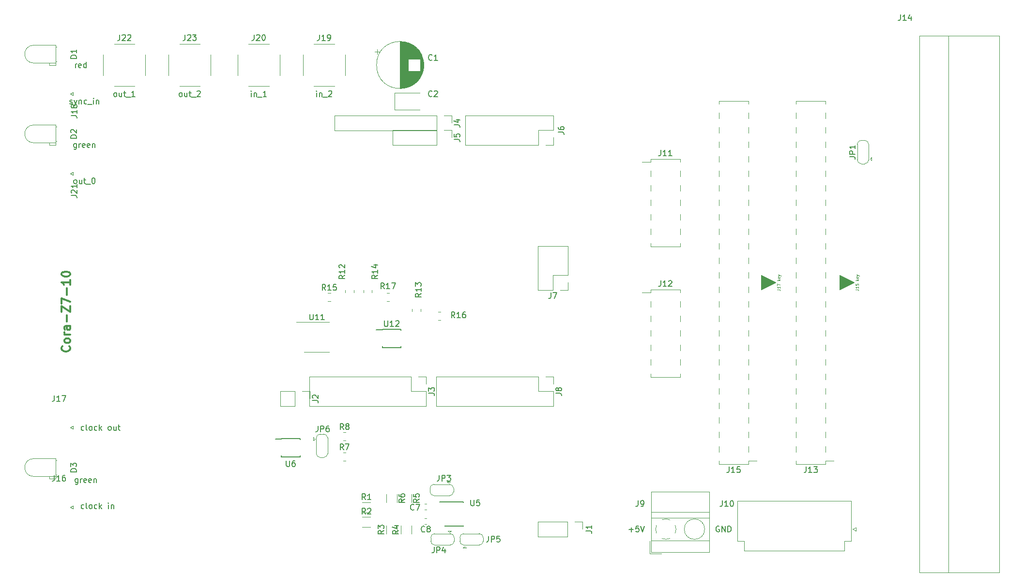
<source format=gto>
G04 #@! TF.GenerationSoftware,KiCad,Pcbnew,5.1.9-73d0e3b20d~88~ubuntu18.04.1*
G04 #@! TF.CreationDate,2021-03-10T15:05:19+01:00*
G04 #@! TF.ProjectId,FPGA_buffer_board,46504741-5f62-4756-9666-65725f626f61,1.1*
G04 #@! TF.SameCoordinates,Original*
G04 #@! TF.FileFunction,Legend,Top*
G04 #@! TF.FilePolarity,Positive*
%FSLAX46Y46*%
G04 Gerber Fmt 4.6, Leading zero omitted, Abs format (unit mm)*
G04 Created by KiCad (PCBNEW 5.1.9-73d0e3b20d~88~ubuntu18.04.1) date 2021-03-10 15:05:19*
%MOMM*%
%LPD*%
G01*
G04 APERTURE LIST*
%ADD10C,0.150000*%
%ADD11C,0.100000*%
%ADD12C,0.300000*%
%ADD13C,0.120000*%
G04 APERTURE END LIST*
D10*
X138390476Y-63952380D02*
X138390476Y-63285714D01*
X138390476Y-62952380D02*
X138342857Y-63000000D01*
X138390476Y-63047619D01*
X138438095Y-63000000D01*
X138390476Y-62952380D01*
X138390476Y-63047619D01*
X138866666Y-63285714D02*
X138866666Y-63952380D01*
X138866666Y-63380952D02*
X138914285Y-63333333D01*
X139009523Y-63285714D01*
X139152380Y-63285714D01*
X139247619Y-63333333D01*
X139295238Y-63428571D01*
X139295238Y-63952380D01*
X139533333Y-64047619D02*
X140295238Y-64047619D01*
X140485714Y-63047619D02*
X140533333Y-63000000D01*
X140628571Y-62952380D01*
X140866666Y-62952380D01*
X140961904Y-63000000D01*
X141009523Y-63047619D01*
X141057142Y-63142857D01*
X141057142Y-63238095D01*
X141009523Y-63380952D01*
X140438095Y-63952380D01*
X141057142Y-63952380D01*
X126960476Y-63952380D02*
X126960476Y-63285714D01*
X126960476Y-62952380D02*
X126912857Y-63000000D01*
X126960476Y-63047619D01*
X127008095Y-63000000D01*
X126960476Y-62952380D01*
X126960476Y-63047619D01*
X127436666Y-63285714D02*
X127436666Y-63952380D01*
X127436666Y-63380952D02*
X127484285Y-63333333D01*
X127579523Y-63285714D01*
X127722380Y-63285714D01*
X127817619Y-63333333D01*
X127865238Y-63428571D01*
X127865238Y-63952380D01*
X128103333Y-64047619D02*
X128865238Y-64047619D01*
X129627142Y-63952380D02*
X129055714Y-63952380D01*
X129341428Y-63952380D02*
X129341428Y-62952380D01*
X129246190Y-63095238D01*
X129150952Y-63190476D01*
X129055714Y-63238095D01*
X114538333Y-63952380D02*
X114443095Y-63904761D01*
X114395476Y-63857142D01*
X114347857Y-63761904D01*
X114347857Y-63476190D01*
X114395476Y-63380952D01*
X114443095Y-63333333D01*
X114538333Y-63285714D01*
X114681190Y-63285714D01*
X114776428Y-63333333D01*
X114824047Y-63380952D01*
X114871666Y-63476190D01*
X114871666Y-63761904D01*
X114824047Y-63857142D01*
X114776428Y-63904761D01*
X114681190Y-63952380D01*
X114538333Y-63952380D01*
X115728809Y-63285714D02*
X115728809Y-63952380D01*
X115300238Y-63285714D02*
X115300238Y-63809523D01*
X115347857Y-63904761D01*
X115443095Y-63952380D01*
X115585952Y-63952380D01*
X115681190Y-63904761D01*
X115728809Y-63857142D01*
X116062142Y-63285714D02*
X116443095Y-63285714D01*
X116205000Y-62952380D02*
X116205000Y-63809523D01*
X116252619Y-63904761D01*
X116347857Y-63952380D01*
X116443095Y-63952380D01*
X116538333Y-64047619D02*
X117300238Y-64047619D01*
X117490714Y-63047619D02*
X117538333Y-63000000D01*
X117633571Y-62952380D01*
X117871666Y-62952380D01*
X117966904Y-63000000D01*
X118014523Y-63047619D01*
X118062142Y-63142857D01*
X118062142Y-63238095D01*
X118014523Y-63380952D01*
X117443095Y-63952380D01*
X118062142Y-63952380D01*
X96639238Y-130849714D02*
X96639238Y-131659238D01*
X96591619Y-131754476D01*
X96544000Y-131802095D01*
X96448761Y-131849714D01*
X96305904Y-131849714D01*
X96210666Y-131802095D01*
X96639238Y-131468761D02*
X96544000Y-131516380D01*
X96353523Y-131516380D01*
X96258285Y-131468761D01*
X96210666Y-131421142D01*
X96163047Y-131325904D01*
X96163047Y-131040190D01*
X96210666Y-130944952D01*
X96258285Y-130897333D01*
X96353523Y-130849714D01*
X96544000Y-130849714D01*
X96639238Y-130897333D01*
X97115428Y-131516380D02*
X97115428Y-130849714D01*
X97115428Y-131040190D02*
X97163047Y-130944952D01*
X97210666Y-130897333D01*
X97305904Y-130849714D01*
X97401142Y-130849714D01*
X98115428Y-131468761D02*
X98020190Y-131516380D01*
X97829714Y-131516380D01*
X97734476Y-131468761D01*
X97686857Y-131373523D01*
X97686857Y-130992571D01*
X97734476Y-130897333D01*
X97829714Y-130849714D01*
X98020190Y-130849714D01*
X98115428Y-130897333D01*
X98163047Y-130992571D01*
X98163047Y-131087809D01*
X97686857Y-131183047D01*
X98972571Y-131468761D02*
X98877333Y-131516380D01*
X98686857Y-131516380D01*
X98591619Y-131468761D01*
X98544000Y-131373523D01*
X98544000Y-130992571D01*
X98591619Y-130897333D01*
X98686857Y-130849714D01*
X98877333Y-130849714D01*
X98972571Y-130897333D01*
X99020190Y-130992571D01*
X99020190Y-131087809D01*
X98544000Y-131183047D01*
X99448761Y-130849714D02*
X99448761Y-131516380D01*
X99448761Y-130944952D02*
X99496380Y-130897333D01*
X99591619Y-130849714D01*
X99734476Y-130849714D01*
X99829714Y-130897333D01*
X99877333Y-130992571D01*
X99877333Y-131516380D01*
X96385238Y-72175714D02*
X96385238Y-72985238D01*
X96337619Y-73080476D01*
X96290000Y-73128095D01*
X96194761Y-73175714D01*
X96051904Y-73175714D01*
X95956666Y-73128095D01*
X96385238Y-72794761D02*
X96290000Y-72842380D01*
X96099523Y-72842380D01*
X96004285Y-72794761D01*
X95956666Y-72747142D01*
X95909047Y-72651904D01*
X95909047Y-72366190D01*
X95956666Y-72270952D01*
X96004285Y-72223333D01*
X96099523Y-72175714D01*
X96290000Y-72175714D01*
X96385238Y-72223333D01*
X96861428Y-72842380D02*
X96861428Y-72175714D01*
X96861428Y-72366190D02*
X96909047Y-72270952D01*
X96956666Y-72223333D01*
X97051904Y-72175714D01*
X97147142Y-72175714D01*
X97861428Y-72794761D02*
X97766190Y-72842380D01*
X97575714Y-72842380D01*
X97480476Y-72794761D01*
X97432857Y-72699523D01*
X97432857Y-72318571D01*
X97480476Y-72223333D01*
X97575714Y-72175714D01*
X97766190Y-72175714D01*
X97861428Y-72223333D01*
X97909047Y-72318571D01*
X97909047Y-72413809D01*
X97432857Y-72509047D01*
X98718571Y-72794761D02*
X98623333Y-72842380D01*
X98432857Y-72842380D01*
X98337619Y-72794761D01*
X98290000Y-72699523D01*
X98290000Y-72318571D01*
X98337619Y-72223333D01*
X98432857Y-72175714D01*
X98623333Y-72175714D01*
X98718571Y-72223333D01*
X98766190Y-72318571D01*
X98766190Y-72413809D01*
X98290000Y-72509047D01*
X99194761Y-72175714D02*
X99194761Y-72842380D01*
X99194761Y-72270952D02*
X99242380Y-72223333D01*
X99337619Y-72175714D01*
X99480476Y-72175714D01*
X99575714Y-72223333D01*
X99623333Y-72318571D01*
X99623333Y-72842380D01*
X96202619Y-58872380D02*
X96202619Y-58205714D01*
X96202619Y-58396190D02*
X96250238Y-58300952D01*
X96297857Y-58253333D01*
X96393095Y-58205714D01*
X96488333Y-58205714D01*
X97202619Y-58824761D02*
X97107380Y-58872380D01*
X96916904Y-58872380D01*
X96821666Y-58824761D01*
X96774047Y-58729523D01*
X96774047Y-58348571D01*
X96821666Y-58253333D01*
X96916904Y-58205714D01*
X97107380Y-58205714D01*
X97202619Y-58253333D01*
X97250238Y-58348571D01*
X97250238Y-58443809D01*
X96774047Y-58539047D01*
X98107380Y-58872380D02*
X98107380Y-57872380D01*
X98107380Y-58824761D02*
X98012142Y-58872380D01*
X97821666Y-58872380D01*
X97726428Y-58824761D01*
X97678809Y-58777142D01*
X97631190Y-58681904D01*
X97631190Y-58396190D01*
X97678809Y-58300952D01*
X97726428Y-58253333D01*
X97821666Y-58205714D01*
X98012142Y-58205714D01*
X98107380Y-58253333D01*
X95242380Y-65174761D02*
X95337619Y-65222380D01*
X95528095Y-65222380D01*
X95623333Y-65174761D01*
X95670952Y-65079523D01*
X95670952Y-65031904D01*
X95623333Y-64936666D01*
X95528095Y-64889047D01*
X95385238Y-64889047D01*
X95290000Y-64841428D01*
X95242380Y-64746190D01*
X95242380Y-64698571D01*
X95290000Y-64603333D01*
X95385238Y-64555714D01*
X95528095Y-64555714D01*
X95623333Y-64603333D01*
X96004285Y-64555714D02*
X96242380Y-65222380D01*
X96480476Y-64555714D02*
X96242380Y-65222380D01*
X96147142Y-65460476D01*
X96099523Y-65508095D01*
X96004285Y-65555714D01*
X96861428Y-64555714D02*
X96861428Y-65222380D01*
X96861428Y-64650952D02*
X96909047Y-64603333D01*
X97004285Y-64555714D01*
X97147142Y-64555714D01*
X97242380Y-64603333D01*
X97290000Y-64698571D01*
X97290000Y-65222380D01*
X98194761Y-65174761D02*
X98099523Y-65222380D01*
X97909047Y-65222380D01*
X97813809Y-65174761D01*
X97766190Y-65127142D01*
X97718571Y-65031904D01*
X97718571Y-64746190D01*
X97766190Y-64650952D01*
X97813809Y-64603333D01*
X97909047Y-64555714D01*
X98099523Y-64555714D01*
X98194761Y-64603333D01*
X98385238Y-65317619D02*
X99147142Y-65317619D01*
X99385238Y-65222380D02*
X99385238Y-64555714D01*
X99385238Y-64222380D02*
X99337619Y-64270000D01*
X99385238Y-64317619D01*
X99432857Y-64270000D01*
X99385238Y-64222380D01*
X99385238Y-64317619D01*
X99861428Y-64555714D02*
X99861428Y-65222380D01*
X99861428Y-64650952D02*
X99909047Y-64603333D01*
X100004285Y-64555714D01*
X100147142Y-64555714D01*
X100242380Y-64603333D01*
X100290000Y-64698571D01*
X100290000Y-65222380D01*
X208788095Y-139200000D02*
X208692857Y-139152380D01*
X208550000Y-139152380D01*
X208407142Y-139200000D01*
X208311904Y-139295238D01*
X208264285Y-139390476D01*
X208216666Y-139580952D01*
X208216666Y-139723809D01*
X208264285Y-139914285D01*
X208311904Y-140009523D01*
X208407142Y-140104761D01*
X208550000Y-140152380D01*
X208645238Y-140152380D01*
X208788095Y-140104761D01*
X208835714Y-140057142D01*
X208835714Y-139723809D01*
X208645238Y-139723809D01*
X209264285Y-140152380D02*
X209264285Y-139152380D01*
X209835714Y-140152380D01*
X209835714Y-139152380D01*
X210311904Y-140152380D02*
X210311904Y-139152380D01*
X210550000Y-139152380D01*
X210692857Y-139200000D01*
X210788095Y-139295238D01*
X210835714Y-139390476D01*
X210883333Y-139580952D01*
X210883333Y-139723809D01*
X210835714Y-139914285D01*
X210788095Y-140009523D01*
X210692857Y-140104761D01*
X210550000Y-140152380D01*
X210311904Y-140152380D01*
X193024285Y-139771428D02*
X193786190Y-139771428D01*
X193405238Y-140152380D02*
X193405238Y-139390476D01*
X194738571Y-139152380D02*
X194262380Y-139152380D01*
X194214761Y-139628571D01*
X194262380Y-139580952D01*
X194357619Y-139533333D01*
X194595714Y-139533333D01*
X194690952Y-139580952D01*
X194738571Y-139628571D01*
X194786190Y-139723809D01*
X194786190Y-139961904D01*
X194738571Y-140057142D01*
X194690952Y-140104761D01*
X194595714Y-140152380D01*
X194357619Y-140152380D01*
X194262380Y-140104761D01*
X194214761Y-140057142D01*
X195071904Y-139152380D02*
X195405238Y-140152380D01*
X195738571Y-139152380D01*
D11*
G36*
X218694000Y-96520000D02*
G01*
X216154000Y-97790000D01*
X216154000Y-95250000D01*
X218694000Y-96520000D01*
G37*
X218694000Y-96520000D02*
X216154000Y-97790000D01*
X216154000Y-95250000D01*
X218694000Y-96520000D01*
X218928190Y-97722380D02*
X219285333Y-97722380D01*
X219356761Y-97746190D01*
X219404380Y-97793809D01*
X219428190Y-97865238D01*
X219428190Y-97912857D01*
X219428190Y-97222380D02*
X219428190Y-97508095D01*
X219428190Y-97365238D02*
X218928190Y-97365238D01*
X218999619Y-97412857D01*
X219047238Y-97460476D01*
X219071047Y-97508095D01*
X218928190Y-97055714D02*
X218928190Y-96722380D01*
X219428190Y-96936666D01*
X219428190Y-96150952D02*
X218928190Y-96150952D01*
X219237714Y-96103333D02*
X219428190Y-95960476D01*
X219094857Y-95960476D02*
X219285333Y-96150952D01*
X219404380Y-95555714D02*
X219428190Y-95603333D01*
X219428190Y-95698571D01*
X219404380Y-95746190D01*
X219356761Y-95770000D01*
X219166285Y-95770000D01*
X219118666Y-95746190D01*
X219094857Y-95698571D01*
X219094857Y-95603333D01*
X219118666Y-95555714D01*
X219166285Y-95531904D01*
X219213904Y-95531904D01*
X219261523Y-95770000D01*
X219094857Y-95365238D02*
X219428190Y-95246190D01*
X219094857Y-95127142D02*
X219428190Y-95246190D01*
X219547238Y-95293809D01*
X219571047Y-95317619D01*
X219594857Y-95365238D01*
X232644190Y-97722380D02*
X233001333Y-97722380D01*
X233072761Y-97746190D01*
X233120380Y-97793809D01*
X233144190Y-97865238D01*
X233144190Y-97912857D01*
X233144190Y-97222380D02*
X233144190Y-97508095D01*
X233144190Y-97365238D02*
X232644190Y-97365238D01*
X232715619Y-97412857D01*
X232763238Y-97460476D01*
X232787047Y-97508095D01*
X232644190Y-96770000D02*
X232644190Y-97008095D01*
X232882285Y-97031904D01*
X232858476Y-97008095D01*
X232834666Y-96960476D01*
X232834666Y-96841428D01*
X232858476Y-96793809D01*
X232882285Y-96770000D01*
X232929904Y-96746190D01*
X233048952Y-96746190D01*
X233096571Y-96770000D01*
X233120380Y-96793809D01*
X233144190Y-96841428D01*
X233144190Y-96960476D01*
X233120380Y-97008095D01*
X233096571Y-97031904D01*
X233144190Y-96150952D02*
X232644190Y-96150952D01*
X232953714Y-96103333D02*
X233144190Y-95960476D01*
X232810857Y-95960476D02*
X233001333Y-96150952D01*
X233120380Y-95555714D02*
X233144190Y-95603333D01*
X233144190Y-95698571D01*
X233120380Y-95746190D01*
X233072761Y-95770000D01*
X232882285Y-95770000D01*
X232834666Y-95746190D01*
X232810857Y-95698571D01*
X232810857Y-95603333D01*
X232834666Y-95555714D01*
X232882285Y-95531904D01*
X232929904Y-95531904D01*
X232977523Y-95770000D01*
X232810857Y-95365238D02*
X233144190Y-95246190D01*
X232810857Y-95127142D02*
X233144190Y-95246190D01*
X233263238Y-95293809D01*
X233287047Y-95317619D01*
X233310857Y-95365238D01*
G36*
X232410000Y-96520000D02*
G01*
X229870000Y-97790000D01*
X229870000Y-95250000D01*
X232410000Y-96520000D01*
G37*
X232410000Y-96520000D02*
X229870000Y-97790000D01*
X229870000Y-95250000D01*
X232410000Y-96520000D01*
D10*
X96123333Y-79192380D02*
X96028095Y-79144761D01*
X95980476Y-79097142D01*
X95932857Y-79001904D01*
X95932857Y-78716190D01*
X95980476Y-78620952D01*
X96028095Y-78573333D01*
X96123333Y-78525714D01*
X96266190Y-78525714D01*
X96361428Y-78573333D01*
X96409047Y-78620952D01*
X96456666Y-78716190D01*
X96456666Y-79001904D01*
X96409047Y-79097142D01*
X96361428Y-79144761D01*
X96266190Y-79192380D01*
X96123333Y-79192380D01*
X97313809Y-78525714D02*
X97313809Y-79192380D01*
X96885238Y-78525714D02*
X96885238Y-79049523D01*
X96932857Y-79144761D01*
X97028095Y-79192380D01*
X97170952Y-79192380D01*
X97266190Y-79144761D01*
X97313809Y-79097142D01*
X97647142Y-78525714D02*
X98028095Y-78525714D01*
X97790000Y-78192380D02*
X97790000Y-79049523D01*
X97837619Y-79144761D01*
X97932857Y-79192380D01*
X98028095Y-79192380D01*
X98123333Y-79287619D02*
X98885238Y-79287619D01*
X99313809Y-78192380D02*
X99409047Y-78192380D01*
X99504285Y-78240000D01*
X99551904Y-78287619D01*
X99599523Y-78382857D01*
X99647142Y-78573333D01*
X99647142Y-78811428D01*
X99599523Y-79001904D01*
X99551904Y-79097142D01*
X99504285Y-79144761D01*
X99409047Y-79192380D01*
X99313809Y-79192380D01*
X99218571Y-79144761D01*
X99170952Y-79097142D01*
X99123333Y-79001904D01*
X99075714Y-78811428D01*
X99075714Y-78573333D01*
X99123333Y-78382857D01*
X99170952Y-78287619D01*
X99218571Y-78240000D01*
X99313809Y-78192380D01*
X103108333Y-63952380D02*
X103013095Y-63904761D01*
X102965476Y-63857142D01*
X102917857Y-63761904D01*
X102917857Y-63476190D01*
X102965476Y-63380952D01*
X103013095Y-63333333D01*
X103108333Y-63285714D01*
X103251190Y-63285714D01*
X103346428Y-63333333D01*
X103394047Y-63380952D01*
X103441666Y-63476190D01*
X103441666Y-63761904D01*
X103394047Y-63857142D01*
X103346428Y-63904761D01*
X103251190Y-63952380D01*
X103108333Y-63952380D01*
X104298809Y-63285714D02*
X104298809Y-63952380D01*
X103870238Y-63285714D02*
X103870238Y-63809523D01*
X103917857Y-63904761D01*
X104013095Y-63952380D01*
X104155952Y-63952380D01*
X104251190Y-63904761D01*
X104298809Y-63857142D01*
X104632142Y-63285714D02*
X105013095Y-63285714D01*
X104775000Y-62952380D02*
X104775000Y-63809523D01*
X104822619Y-63904761D01*
X104917857Y-63952380D01*
X105013095Y-63952380D01*
X105108333Y-64047619D02*
X105870238Y-64047619D01*
X106632142Y-63952380D02*
X106060714Y-63952380D01*
X106346428Y-63952380D02*
X106346428Y-62952380D01*
X106251190Y-63095238D01*
X106155952Y-63190476D01*
X106060714Y-63238095D01*
X97703047Y-122324761D02*
X97607809Y-122372380D01*
X97417333Y-122372380D01*
X97322095Y-122324761D01*
X97274476Y-122277142D01*
X97226857Y-122181904D01*
X97226857Y-121896190D01*
X97274476Y-121800952D01*
X97322095Y-121753333D01*
X97417333Y-121705714D01*
X97607809Y-121705714D01*
X97703047Y-121753333D01*
X98274476Y-122372380D02*
X98179238Y-122324761D01*
X98131619Y-122229523D01*
X98131619Y-121372380D01*
X98798285Y-122372380D02*
X98703047Y-122324761D01*
X98655428Y-122277142D01*
X98607809Y-122181904D01*
X98607809Y-121896190D01*
X98655428Y-121800952D01*
X98703047Y-121753333D01*
X98798285Y-121705714D01*
X98941142Y-121705714D01*
X99036380Y-121753333D01*
X99084000Y-121800952D01*
X99131619Y-121896190D01*
X99131619Y-122181904D01*
X99084000Y-122277142D01*
X99036380Y-122324761D01*
X98941142Y-122372380D01*
X98798285Y-122372380D01*
X99988761Y-122324761D02*
X99893523Y-122372380D01*
X99703047Y-122372380D01*
X99607809Y-122324761D01*
X99560190Y-122277142D01*
X99512571Y-122181904D01*
X99512571Y-121896190D01*
X99560190Y-121800952D01*
X99607809Y-121753333D01*
X99703047Y-121705714D01*
X99893523Y-121705714D01*
X99988761Y-121753333D01*
X100417333Y-122372380D02*
X100417333Y-121372380D01*
X100512571Y-121991428D02*
X100798285Y-122372380D01*
X100798285Y-121705714D02*
X100417333Y-122086666D01*
X102131619Y-122372380D02*
X102036380Y-122324761D01*
X101988761Y-122277142D01*
X101941142Y-122181904D01*
X101941142Y-121896190D01*
X101988761Y-121800952D01*
X102036380Y-121753333D01*
X102131619Y-121705714D01*
X102274476Y-121705714D01*
X102369714Y-121753333D01*
X102417333Y-121800952D01*
X102464952Y-121896190D01*
X102464952Y-122181904D01*
X102417333Y-122277142D01*
X102369714Y-122324761D01*
X102274476Y-122372380D01*
X102131619Y-122372380D01*
X103322095Y-121705714D02*
X103322095Y-122372380D01*
X102893523Y-121705714D02*
X102893523Y-122229523D01*
X102941142Y-122324761D01*
X103036380Y-122372380D01*
X103179238Y-122372380D01*
X103274476Y-122324761D01*
X103322095Y-122277142D01*
X103655428Y-121705714D02*
X104036380Y-121705714D01*
X103798285Y-121372380D02*
X103798285Y-122229523D01*
X103845904Y-122324761D01*
X103941142Y-122372380D01*
X104036380Y-122372380D01*
X97695047Y-136040761D02*
X97599809Y-136088380D01*
X97409333Y-136088380D01*
X97314095Y-136040761D01*
X97266476Y-135993142D01*
X97218857Y-135897904D01*
X97218857Y-135612190D01*
X97266476Y-135516952D01*
X97314095Y-135469333D01*
X97409333Y-135421714D01*
X97599809Y-135421714D01*
X97695047Y-135469333D01*
X98266476Y-136088380D02*
X98171238Y-136040761D01*
X98123619Y-135945523D01*
X98123619Y-135088380D01*
X98790285Y-136088380D02*
X98695047Y-136040761D01*
X98647428Y-135993142D01*
X98599809Y-135897904D01*
X98599809Y-135612190D01*
X98647428Y-135516952D01*
X98695047Y-135469333D01*
X98790285Y-135421714D01*
X98933142Y-135421714D01*
X99028380Y-135469333D01*
X99076000Y-135516952D01*
X99123619Y-135612190D01*
X99123619Y-135897904D01*
X99076000Y-135993142D01*
X99028380Y-136040761D01*
X98933142Y-136088380D01*
X98790285Y-136088380D01*
X99980761Y-136040761D02*
X99885523Y-136088380D01*
X99695047Y-136088380D01*
X99599809Y-136040761D01*
X99552190Y-135993142D01*
X99504571Y-135897904D01*
X99504571Y-135612190D01*
X99552190Y-135516952D01*
X99599809Y-135469333D01*
X99695047Y-135421714D01*
X99885523Y-135421714D01*
X99980761Y-135469333D01*
X100409333Y-136088380D02*
X100409333Y-135088380D01*
X100504571Y-135707428D02*
X100790285Y-136088380D01*
X100790285Y-135421714D02*
X100409333Y-135802666D01*
X101980761Y-136088380D02*
X101980761Y-135421714D01*
X101980761Y-135088380D02*
X101933142Y-135136000D01*
X101980761Y-135183619D01*
X102028380Y-135136000D01*
X101980761Y-135088380D01*
X101980761Y-135183619D01*
X102456952Y-135421714D02*
X102456952Y-136088380D01*
X102456952Y-135516952D02*
X102504571Y-135469333D01*
X102599809Y-135421714D01*
X102742666Y-135421714D01*
X102837904Y-135469333D01*
X102885523Y-135564571D01*
X102885523Y-136088380D01*
D12*
X95150714Y-107671428D02*
X95222142Y-107742857D01*
X95293571Y-107957142D01*
X95293571Y-108100000D01*
X95222142Y-108314285D01*
X95079285Y-108457142D01*
X94936428Y-108528571D01*
X94650714Y-108600000D01*
X94436428Y-108600000D01*
X94150714Y-108528571D01*
X94007857Y-108457142D01*
X93865000Y-108314285D01*
X93793571Y-108100000D01*
X93793571Y-107957142D01*
X93865000Y-107742857D01*
X93936428Y-107671428D01*
X95293571Y-106814285D02*
X95222142Y-106957142D01*
X95150714Y-107028571D01*
X95007857Y-107100000D01*
X94579285Y-107100000D01*
X94436428Y-107028571D01*
X94365000Y-106957142D01*
X94293571Y-106814285D01*
X94293571Y-106600000D01*
X94365000Y-106457142D01*
X94436428Y-106385714D01*
X94579285Y-106314285D01*
X95007857Y-106314285D01*
X95150714Y-106385714D01*
X95222142Y-106457142D01*
X95293571Y-106600000D01*
X95293571Y-106814285D01*
X95293571Y-105671428D02*
X94293571Y-105671428D01*
X94579285Y-105671428D02*
X94436428Y-105600000D01*
X94365000Y-105528571D01*
X94293571Y-105385714D01*
X94293571Y-105242857D01*
X95293571Y-104100000D02*
X94507857Y-104100000D01*
X94365000Y-104171428D01*
X94293571Y-104314285D01*
X94293571Y-104600000D01*
X94365000Y-104742857D01*
X95222142Y-104100000D02*
X95293571Y-104242857D01*
X95293571Y-104600000D01*
X95222142Y-104742857D01*
X95079285Y-104814285D01*
X94936428Y-104814285D01*
X94793571Y-104742857D01*
X94722142Y-104600000D01*
X94722142Y-104242857D01*
X94650714Y-104100000D01*
X94722142Y-103385714D02*
X94722142Y-102242857D01*
X93793571Y-101671428D02*
X93793571Y-100671428D01*
X95293571Y-101671428D01*
X95293571Y-100671428D01*
X93793571Y-100242857D02*
X93793571Y-99242857D01*
X95293571Y-99885714D01*
X94722142Y-98671428D02*
X94722142Y-97528571D01*
X95293571Y-96028571D02*
X95293571Y-96885714D01*
X95293571Y-96457142D02*
X93793571Y-96457142D01*
X94007857Y-96600000D01*
X94150714Y-96742857D01*
X94222142Y-96885714D01*
X93793571Y-95100000D02*
X93793571Y-94957142D01*
X93865000Y-94814285D01*
X93936428Y-94742857D01*
X94079285Y-94671428D01*
X94365000Y-94600000D01*
X94722142Y-94600000D01*
X95007857Y-94671428D01*
X95150714Y-94742857D01*
X95222142Y-94814285D01*
X95293571Y-94957142D01*
X95293571Y-95100000D01*
X95222142Y-95242857D01*
X95150714Y-95314285D01*
X95007857Y-95385714D01*
X94722142Y-95457142D01*
X94365000Y-95457142D01*
X94079285Y-95385714D01*
X93936428Y-95314285D01*
X93865000Y-95242857D01*
X93793571Y-95100000D01*
D13*
X179765000Y-67250000D02*
X179765000Y-69850000D01*
X179765000Y-67250000D02*
X164405000Y-67250000D01*
X164405000Y-67250000D02*
X164405000Y-72450000D01*
X177165000Y-72450000D02*
X164405000Y-72450000D01*
X177165000Y-69850000D02*
X177165000Y-72450000D01*
X179765000Y-69850000D02*
X177165000Y-69850000D01*
X179765000Y-72450000D02*
X178435000Y-72450000D01*
X179765000Y-71120000D02*
X179765000Y-72450000D01*
X201975000Y-87120000D02*
X201975000Y-88140000D01*
X196775000Y-87120000D02*
X196775000Y-88140000D01*
X201975000Y-84580000D02*
X201975000Y-85600000D01*
X196775000Y-84580000D02*
X196775000Y-85600000D01*
X201975000Y-82040000D02*
X201975000Y-83060000D01*
X196775000Y-82040000D02*
X196775000Y-83060000D01*
X201975000Y-79500000D02*
X201975000Y-80520000D01*
X196775000Y-79500000D02*
X196775000Y-80520000D01*
X201975000Y-76960000D02*
X201975000Y-77980000D01*
X196775000Y-76960000D02*
X196775000Y-77980000D01*
X201975000Y-89660000D02*
X201975000Y-90230000D01*
X196775000Y-89660000D02*
X196775000Y-90230000D01*
X201975000Y-74870000D02*
X201975000Y-75440000D01*
X196775000Y-74870000D02*
X196775000Y-75440000D01*
X195335000Y-75440000D02*
X196775000Y-75440000D01*
X196775000Y-90230000D02*
X201975000Y-90230000D01*
X196775000Y-74870000D02*
X201975000Y-74870000D01*
X161474000Y-131642000D02*
X161174000Y-131342000D01*
X161774000Y-131342000D02*
X161174000Y-131342000D01*
X161474000Y-131642000D02*
X161774000Y-131342000D01*
X162324000Y-132542000D02*
X162324000Y-133142000D01*
X158874000Y-131842000D02*
X161674000Y-131842000D01*
X158224000Y-133142000D02*
X158224000Y-132542000D01*
X161674000Y-133842000D02*
X158874000Y-133842000D01*
X158924000Y-133842000D02*
G75*
G02*
X158224000Y-133142000I0J700000D01*
G01*
X158224000Y-132542000D02*
G75*
G02*
X158924000Y-131842000I700000J0D01*
G01*
X161624000Y-131842000D02*
G75*
G02*
X162324000Y-132542000I0J-700000D01*
G01*
X162324000Y-133142000D02*
G75*
G02*
X161624000Y-133842000I-700000J0D01*
G01*
X157115000Y-58420000D02*
G75*
G03*
X157115000Y-58420000I-4120000J0D01*
G01*
X152995000Y-54340000D02*
X152995000Y-62500000D01*
X153035000Y-54340000D02*
X153035000Y-62500000D01*
X153075000Y-54340000D02*
X153075000Y-62500000D01*
X153115000Y-54341000D02*
X153115000Y-62499000D01*
X153155000Y-54343000D02*
X153155000Y-62497000D01*
X153195000Y-54344000D02*
X153195000Y-62496000D01*
X153235000Y-54346000D02*
X153235000Y-62494000D01*
X153275000Y-54349000D02*
X153275000Y-62491000D01*
X153315000Y-54352000D02*
X153315000Y-62488000D01*
X153355000Y-54355000D02*
X153355000Y-62485000D01*
X153395000Y-54359000D02*
X153395000Y-62481000D01*
X153435000Y-54363000D02*
X153435000Y-62477000D01*
X153475000Y-54368000D02*
X153475000Y-62472000D01*
X153515000Y-54372000D02*
X153515000Y-62468000D01*
X153555000Y-54378000D02*
X153555000Y-62462000D01*
X153595000Y-54383000D02*
X153595000Y-62457000D01*
X153635000Y-54390000D02*
X153635000Y-62450000D01*
X153675000Y-54396000D02*
X153675000Y-62444000D01*
X153716000Y-54403000D02*
X153716000Y-62437000D01*
X153756000Y-54410000D02*
X153756000Y-62430000D01*
X153796000Y-54418000D02*
X153796000Y-62422000D01*
X153836000Y-54426000D02*
X153836000Y-62414000D01*
X153876000Y-54435000D02*
X153876000Y-62405000D01*
X153916000Y-54444000D02*
X153916000Y-62396000D01*
X153956000Y-54453000D02*
X153956000Y-62387000D01*
X153996000Y-54463000D02*
X153996000Y-62377000D01*
X154036000Y-54473000D02*
X154036000Y-62367000D01*
X154076000Y-54484000D02*
X154076000Y-62356000D01*
X154116000Y-54495000D02*
X154116000Y-62345000D01*
X154156000Y-54506000D02*
X154156000Y-62334000D01*
X154196000Y-54518000D02*
X154196000Y-62322000D01*
X154236000Y-54531000D02*
X154236000Y-62309000D01*
X154276000Y-54543000D02*
X154276000Y-62297000D01*
X154316000Y-54557000D02*
X154316000Y-62283000D01*
X154356000Y-54570000D02*
X154356000Y-62270000D01*
X154396000Y-54585000D02*
X154396000Y-62255000D01*
X154436000Y-54599000D02*
X154436000Y-62241000D01*
X154476000Y-54615000D02*
X154476000Y-57380000D01*
X154476000Y-59460000D02*
X154476000Y-62225000D01*
X154516000Y-54630000D02*
X154516000Y-57380000D01*
X154516000Y-59460000D02*
X154516000Y-62210000D01*
X154556000Y-54646000D02*
X154556000Y-57380000D01*
X154556000Y-59460000D02*
X154556000Y-62194000D01*
X154596000Y-54663000D02*
X154596000Y-57380000D01*
X154596000Y-59460000D02*
X154596000Y-62177000D01*
X154636000Y-54680000D02*
X154636000Y-57380000D01*
X154636000Y-59460000D02*
X154636000Y-62160000D01*
X154676000Y-54698000D02*
X154676000Y-57380000D01*
X154676000Y-59460000D02*
X154676000Y-62142000D01*
X154716000Y-54716000D02*
X154716000Y-57380000D01*
X154716000Y-59460000D02*
X154716000Y-62124000D01*
X154756000Y-54734000D02*
X154756000Y-57380000D01*
X154756000Y-59460000D02*
X154756000Y-62106000D01*
X154796000Y-54754000D02*
X154796000Y-57380000D01*
X154796000Y-59460000D02*
X154796000Y-62086000D01*
X154836000Y-54773000D02*
X154836000Y-57380000D01*
X154836000Y-59460000D02*
X154836000Y-62067000D01*
X154876000Y-54793000D02*
X154876000Y-57380000D01*
X154876000Y-59460000D02*
X154876000Y-62047000D01*
X154916000Y-54814000D02*
X154916000Y-57380000D01*
X154916000Y-59460000D02*
X154916000Y-62026000D01*
X154956000Y-54836000D02*
X154956000Y-57380000D01*
X154956000Y-59460000D02*
X154956000Y-62004000D01*
X154996000Y-54858000D02*
X154996000Y-57380000D01*
X154996000Y-59460000D02*
X154996000Y-61982000D01*
X155036000Y-54880000D02*
X155036000Y-57380000D01*
X155036000Y-59460000D02*
X155036000Y-61960000D01*
X155076000Y-54903000D02*
X155076000Y-57380000D01*
X155076000Y-59460000D02*
X155076000Y-61937000D01*
X155116000Y-54927000D02*
X155116000Y-57380000D01*
X155116000Y-59460000D02*
X155116000Y-61913000D01*
X155156000Y-54951000D02*
X155156000Y-57380000D01*
X155156000Y-59460000D02*
X155156000Y-61889000D01*
X155196000Y-54976000D02*
X155196000Y-57380000D01*
X155196000Y-59460000D02*
X155196000Y-61864000D01*
X155236000Y-55002000D02*
X155236000Y-57380000D01*
X155236000Y-59460000D02*
X155236000Y-61838000D01*
X155276000Y-55028000D02*
X155276000Y-57380000D01*
X155276000Y-59460000D02*
X155276000Y-61812000D01*
X155316000Y-55055000D02*
X155316000Y-57380000D01*
X155316000Y-59460000D02*
X155316000Y-61785000D01*
X155356000Y-55082000D02*
X155356000Y-57380000D01*
X155356000Y-59460000D02*
X155356000Y-61758000D01*
X155396000Y-55111000D02*
X155396000Y-57380000D01*
X155396000Y-59460000D02*
X155396000Y-61729000D01*
X155436000Y-55140000D02*
X155436000Y-57380000D01*
X155436000Y-59460000D02*
X155436000Y-61700000D01*
X155476000Y-55170000D02*
X155476000Y-57380000D01*
X155476000Y-59460000D02*
X155476000Y-61670000D01*
X155516000Y-55200000D02*
X155516000Y-57380000D01*
X155516000Y-59460000D02*
X155516000Y-61640000D01*
X155556000Y-55231000D02*
X155556000Y-57380000D01*
X155556000Y-59460000D02*
X155556000Y-61609000D01*
X155596000Y-55264000D02*
X155596000Y-57380000D01*
X155596000Y-59460000D02*
X155596000Y-61576000D01*
X155636000Y-55296000D02*
X155636000Y-57380000D01*
X155636000Y-59460000D02*
X155636000Y-61544000D01*
X155676000Y-55330000D02*
X155676000Y-57380000D01*
X155676000Y-59460000D02*
X155676000Y-61510000D01*
X155716000Y-55365000D02*
X155716000Y-57380000D01*
X155716000Y-59460000D02*
X155716000Y-61475000D01*
X155756000Y-55401000D02*
X155756000Y-57380000D01*
X155756000Y-59460000D02*
X155756000Y-61439000D01*
X155796000Y-55437000D02*
X155796000Y-57380000D01*
X155796000Y-59460000D02*
X155796000Y-61403000D01*
X155836000Y-55475000D02*
X155836000Y-57380000D01*
X155836000Y-59460000D02*
X155836000Y-61365000D01*
X155876000Y-55513000D02*
X155876000Y-57380000D01*
X155876000Y-59460000D02*
X155876000Y-61327000D01*
X155916000Y-55553000D02*
X155916000Y-57380000D01*
X155916000Y-59460000D02*
X155916000Y-61287000D01*
X155956000Y-55594000D02*
X155956000Y-57380000D01*
X155956000Y-59460000D02*
X155956000Y-61246000D01*
X155996000Y-55636000D02*
X155996000Y-57380000D01*
X155996000Y-59460000D02*
X155996000Y-61204000D01*
X156036000Y-55679000D02*
X156036000Y-57380000D01*
X156036000Y-59460000D02*
X156036000Y-61161000D01*
X156076000Y-55723000D02*
X156076000Y-57380000D01*
X156076000Y-59460000D02*
X156076000Y-61117000D01*
X156116000Y-55769000D02*
X156116000Y-57380000D01*
X156116000Y-59460000D02*
X156116000Y-61071000D01*
X156156000Y-55816000D02*
X156156000Y-57380000D01*
X156156000Y-59460000D02*
X156156000Y-61024000D01*
X156196000Y-55864000D02*
X156196000Y-57380000D01*
X156196000Y-59460000D02*
X156196000Y-60976000D01*
X156236000Y-55915000D02*
X156236000Y-57380000D01*
X156236000Y-59460000D02*
X156236000Y-60925000D01*
X156276000Y-55966000D02*
X156276000Y-57380000D01*
X156276000Y-59460000D02*
X156276000Y-60874000D01*
X156316000Y-56020000D02*
X156316000Y-57380000D01*
X156316000Y-59460000D02*
X156316000Y-60820000D01*
X156356000Y-56075000D02*
X156356000Y-57380000D01*
X156356000Y-59460000D02*
X156356000Y-60765000D01*
X156396000Y-56133000D02*
X156396000Y-57380000D01*
X156396000Y-59460000D02*
X156396000Y-60707000D01*
X156436000Y-56192000D02*
X156436000Y-57380000D01*
X156436000Y-59460000D02*
X156436000Y-60648000D01*
X156476000Y-56254000D02*
X156476000Y-57380000D01*
X156476000Y-59460000D02*
X156476000Y-60586000D01*
X156516000Y-56318000D02*
X156516000Y-57380000D01*
X156516000Y-59460000D02*
X156516000Y-60522000D01*
X156556000Y-56386000D02*
X156556000Y-60454000D01*
X156596000Y-56456000D02*
X156596000Y-60384000D01*
X156636000Y-56530000D02*
X156636000Y-60310000D01*
X156676000Y-56607000D02*
X156676000Y-60233000D01*
X156716000Y-56689000D02*
X156716000Y-60151000D01*
X156756000Y-56775000D02*
X156756000Y-60065000D01*
X156796000Y-56868000D02*
X156796000Y-59972000D01*
X156836000Y-56967000D02*
X156836000Y-59873000D01*
X156876000Y-57074000D02*
X156876000Y-59766000D01*
X156916000Y-57191000D02*
X156916000Y-59649000D01*
X156956000Y-57322000D02*
X156956000Y-59518000D01*
X156996000Y-57472000D02*
X156996000Y-59368000D01*
X157036000Y-57652000D02*
X157036000Y-59188000D01*
X157076000Y-57887000D02*
X157076000Y-58953000D01*
X148585302Y-56105000D02*
X149385302Y-56105000D01*
X148985302Y-55705000D02*
X148985302Y-56505000D01*
X161801000Y-142478000D02*
X159001000Y-142478000D01*
X158351000Y-141778000D02*
X158351000Y-141178000D01*
X159001000Y-140478000D02*
X161801000Y-140478000D01*
X162451000Y-141178000D02*
X162451000Y-141778000D01*
X161601000Y-140278000D02*
X161901000Y-139978000D01*
X161901000Y-139978000D02*
X161301000Y-139978000D01*
X161601000Y-140278000D02*
X161301000Y-139978000D01*
X162451000Y-141778000D02*
G75*
G02*
X161751000Y-142478000I-700000J0D01*
G01*
X161751000Y-140478000D02*
G75*
G02*
X162451000Y-141178000I0J-700000D01*
G01*
X158351000Y-141178000D02*
G75*
G02*
X159051000Y-140478000I700000J0D01*
G01*
X159051000Y-142478000D02*
G75*
G02*
X158351000Y-141778000I0J700000D01*
G01*
X164281000Y-142678000D02*
X164581000Y-142978000D01*
X163981000Y-142978000D02*
X164581000Y-142978000D01*
X164281000Y-142678000D02*
X163981000Y-142978000D01*
X163431000Y-141778000D02*
X163431000Y-141178000D01*
X166881000Y-142478000D02*
X164081000Y-142478000D01*
X167531000Y-141178000D02*
X167531000Y-141778000D01*
X164081000Y-140478000D02*
X166881000Y-140478000D01*
X166831000Y-140478000D02*
G75*
G02*
X167531000Y-141178000I0J-700000D01*
G01*
X167531000Y-141778000D02*
G75*
G02*
X166831000Y-142478000I-700000J0D01*
G01*
X164131000Y-142478000D02*
G75*
G02*
X163431000Y-141778000I0J700000D01*
G01*
X163431000Y-141178000D02*
G75*
G02*
X164131000Y-140478000I700000J0D01*
G01*
X138119000Y-123895000D02*
X137819000Y-124195000D01*
X137819000Y-123595000D02*
X137819000Y-124195000D01*
X138119000Y-123895000D02*
X137819000Y-123595000D01*
X139019000Y-123045000D02*
X139619000Y-123045000D01*
X138319000Y-126495000D02*
X138319000Y-123695000D01*
X139619000Y-127145000D02*
X139019000Y-127145000D01*
X140319000Y-123695000D02*
X140319000Y-126495000D01*
X140319000Y-126445000D02*
G75*
G02*
X139619000Y-127145000I-700000J0D01*
G01*
X139019000Y-127145000D02*
G75*
G02*
X138319000Y-126445000I0J700000D01*
G01*
X138319000Y-123745000D02*
G75*
G02*
X139019000Y-123045000I700000J0D01*
G01*
X139619000Y-123045000D02*
G75*
G02*
X140319000Y-123745000I0J-700000D01*
G01*
X177105000Y-138370000D02*
X177105000Y-141030000D01*
X182245000Y-138370000D02*
X177105000Y-138370000D01*
X182245000Y-141030000D02*
X177105000Y-141030000D01*
X182245000Y-138370000D02*
X182245000Y-141030000D01*
X183515000Y-138370000D02*
X184845000Y-138370000D01*
X184845000Y-138370000D02*
X184845000Y-139700000D01*
X156410000Y-63260000D02*
X152025000Y-63260000D01*
X152025000Y-63260000D02*
X152025000Y-66280000D01*
X152025000Y-66280000D02*
X156410000Y-66280000D01*
X231895000Y-134790000D02*
X231895000Y-141810000D01*
X231895000Y-141810000D02*
X230695000Y-141810000D01*
X230695000Y-141810000D02*
X230695000Y-143510000D01*
X230695000Y-143510000D02*
X213135000Y-143510000D01*
X213135000Y-143510000D02*
X213135000Y-141810000D01*
X213135000Y-141810000D02*
X211935000Y-141810000D01*
X211935000Y-141810000D02*
X211935000Y-134790000D01*
X211935000Y-134790000D02*
X231895000Y-134790000D01*
X232095000Y-139700000D02*
X232695000Y-139400000D01*
X232695000Y-139400000D02*
X232695000Y-140000000D01*
X232695000Y-140000000D02*
X232095000Y-139700000D01*
D10*
X132233000Y-123795000D02*
X132233000Y-123920000D01*
X135483000Y-123795000D02*
X135483000Y-124020000D01*
X135483000Y-127045000D02*
X135483000Y-126820000D01*
X132233000Y-127045000D02*
X132233000Y-126820000D01*
X132233000Y-123795000D02*
X135483000Y-123795000D01*
X132233000Y-127045000D02*
X135483000Y-127045000D01*
X132233000Y-123920000D02*
X131158000Y-123920000D01*
X164061000Y-134908000D02*
X164061000Y-134973000D01*
X164061000Y-139158000D02*
X164061000Y-139093000D01*
X160811000Y-139158000D02*
X160811000Y-139093000D01*
X160811000Y-134908000D02*
X164061000Y-134908000D01*
X160811000Y-139158000D02*
X164061000Y-139158000D01*
X160811000Y-134908000D02*
X159886000Y-134908000D01*
D13*
X196775000Y-97730000D02*
X201975000Y-97730000D01*
X196775000Y-113090000D02*
X201975000Y-113090000D01*
X195335000Y-98300000D02*
X196775000Y-98300000D01*
X196775000Y-97730000D02*
X196775000Y-98300000D01*
X201975000Y-97730000D02*
X201975000Y-98300000D01*
X196775000Y-112520000D02*
X196775000Y-113090000D01*
X201975000Y-112520000D02*
X201975000Y-113090000D01*
X196775000Y-99820000D02*
X196775000Y-100840000D01*
X201975000Y-99820000D02*
X201975000Y-100840000D01*
X196775000Y-102360000D02*
X196775000Y-103380000D01*
X201975000Y-102360000D02*
X201975000Y-103380000D01*
X196775000Y-104900000D02*
X196775000Y-105920000D01*
X201975000Y-104900000D02*
X201975000Y-105920000D01*
X196775000Y-107440000D02*
X196775000Y-108460000D01*
X201975000Y-107440000D02*
X201975000Y-108460000D01*
X196775000Y-109980000D02*
X196775000Y-111000000D01*
X201975000Y-109980000D02*
X201975000Y-111000000D01*
X95785000Y-135640000D02*
X95285000Y-135890000D01*
X95785000Y-136140000D02*
X95785000Y-135640000D01*
X95285000Y-135890000D02*
X95785000Y-136140000D01*
X95285000Y-121920000D02*
X95785000Y-122170000D01*
X95785000Y-122170000D02*
X95785000Y-121670000D01*
X95785000Y-121670000D02*
X95285000Y-121920000D01*
X196670000Y-144000000D02*
X198670000Y-144000000D01*
X196670000Y-141760000D02*
X196670000Y-144000000D01*
X203170000Y-140783000D02*
X203120000Y-140833000D01*
X205603000Y-138350000D02*
X205578000Y-138374000D01*
X203362000Y-141025000D02*
X203338000Y-141050000D01*
X205820000Y-138567000D02*
X205771000Y-138617000D01*
X207030000Y-133140000D02*
X207030000Y-143760000D01*
X196910000Y-133140000D02*
X196910000Y-143760000D01*
X196910000Y-143760000D02*
X207030000Y-143760000D01*
X196910000Y-133140000D02*
X207030000Y-133140000D01*
X196910000Y-136700000D02*
X207030000Y-136700000D01*
X196910000Y-137700000D02*
X207030000Y-137700000D01*
X196910000Y-141700000D02*
X207030000Y-141700000D01*
X206250000Y-139700000D02*
G75*
G03*
X206250000Y-139700000I-1780000J0D01*
G01*
X200165501Y-141338499D02*
G75*
G02*
X199470000Y-141480000I-695501J1638499D01*
G01*
X201109205Y-139004484D02*
G75*
G02*
X201109000Y-140396000I-1639205J-695516D01*
G01*
X198774484Y-138060795D02*
G75*
G02*
X200166000Y-138061000I695516J-1639205D01*
G01*
X197830795Y-140395516D02*
G75*
G02*
X197831000Y-139004000I1639205J695516D01*
G01*
X199500814Y-141480389D02*
G75*
G02*
X198774000Y-141339000I-30814J1780389D01*
G01*
X232934000Y-75060000D02*
X232934000Y-72260000D01*
X233634000Y-71610000D02*
X234234000Y-71610000D01*
X234934000Y-72260000D02*
X234934000Y-75060000D01*
X234234000Y-75710000D02*
X233634000Y-75710000D01*
X235134000Y-74860000D02*
X235434000Y-75160000D01*
X235434000Y-75160000D02*
X235434000Y-74560000D01*
X235134000Y-74860000D02*
X235434000Y-74560000D01*
X232934000Y-72310000D02*
G75*
G02*
X233634000Y-71610000I700000J0D01*
G01*
X234234000Y-71610000D02*
G75*
G02*
X234934000Y-72310000I0J-700000D01*
G01*
X234934000Y-75010000D02*
G75*
G02*
X234234000Y-75710000I-700000J0D01*
G01*
X233634000Y-75710000D02*
G75*
G02*
X232934000Y-75010000I0J700000D01*
G01*
X157612267Y-135253000D02*
X157319733Y-135253000D01*
X157612267Y-136273000D02*
X157319733Y-136273000D01*
X157612267Y-138813000D02*
X157319733Y-138813000D01*
X157612267Y-137793000D02*
X157319733Y-137793000D01*
X222205000Y-67820000D02*
X222205000Y-66800000D01*
X227405000Y-67820000D02*
X227405000Y-66800000D01*
X222205000Y-70360000D02*
X222205000Y-69340000D01*
X227405000Y-70360000D02*
X227405000Y-69340000D01*
X222205000Y-72900000D02*
X222205000Y-71880000D01*
X227405000Y-72900000D02*
X227405000Y-71880000D01*
X222205000Y-75440000D02*
X222205000Y-74420000D01*
X227405000Y-75440000D02*
X227405000Y-74420000D01*
X222205000Y-77980000D02*
X222205000Y-76960000D01*
X227405000Y-77980000D02*
X227405000Y-76960000D01*
X222205000Y-80520000D02*
X222205000Y-79500000D01*
X227405000Y-80520000D02*
X227405000Y-79500000D01*
X222205000Y-83060000D02*
X222205000Y-82040000D01*
X227405000Y-83060000D02*
X227405000Y-82040000D01*
X222205000Y-85600000D02*
X222205000Y-84580000D01*
X227405000Y-85600000D02*
X227405000Y-84580000D01*
X222205000Y-88140000D02*
X222205000Y-87120000D01*
X227405000Y-88140000D02*
X227405000Y-87120000D01*
X222205000Y-90680000D02*
X222205000Y-89660000D01*
X227405000Y-90680000D02*
X227405000Y-89660000D01*
X222205000Y-93220000D02*
X222205000Y-92200000D01*
X227405000Y-93220000D02*
X227405000Y-92200000D01*
X222205000Y-95760000D02*
X222205000Y-94740000D01*
X227405000Y-95760000D02*
X227405000Y-94740000D01*
X222205000Y-98300000D02*
X222205000Y-97280000D01*
X227405000Y-98300000D02*
X227405000Y-97280000D01*
X222205000Y-100840000D02*
X222205000Y-99820000D01*
X227405000Y-100840000D02*
X227405000Y-99820000D01*
X222205000Y-103380000D02*
X222205000Y-102360000D01*
X227405000Y-103380000D02*
X227405000Y-102360000D01*
X222205000Y-105920000D02*
X222205000Y-104900000D01*
X227405000Y-105920000D02*
X227405000Y-104900000D01*
X222205000Y-108460000D02*
X222205000Y-107440000D01*
X227405000Y-108460000D02*
X227405000Y-107440000D01*
X222205000Y-111000000D02*
X222205000Y-109980000D01*
X227405000Y-111000000D02*
X227405000Y-109980000D01*
X222205000Y-113540000D02*
X222205000Y-112520000D01*
X227405000Y-113540000D02*
X227405000Y-112520000D01*
X222205000Y-116080000D02*
X222205000Y-115060000D01*
X227405000Y-116080000D02*
X227405000Y-115060000D01*
X222205000Y-118620000D02*
X222205000Y-117600000D01*
X227405000Y-118620000D02*
X227405000Y-117600000D01*
X222205000Y-121160000D02*
X222205000Y-120140000D01*
X227405000Y-121160000D02*
X227405000Y-120140000D01*
X222205000Y-123700000D02*
X222205000Y-122680000D01*
X227405000Y-123700000D02*
X227405000Y-122680000D01*
X222205000Y-126240000D02*
X222205000Y-125220000D01*
X227405000Y-126240000D02*
X227405000Y-125220000D01*
X222205000Y-65280000D02*
X222205000Y-64710000D01*
X227405000Y-65280000D02*
X227405000Y-64710000D01*
X222205000Y-128330000D02*
X222205000Y-127760000D01*
X227405000Y-128330000D02*
X227405000Y-127760000D01*
X228845000Y-127760000D02*
X227405000Y-127760000D01*
X227405000Y-64710000D02*
X222205000Y-64710000D01*
X227405000Y-128330000D02*
X222205000Y-128330000D01*
X208713000Y-67820000D02*
X208713000Y-66800000D01*
X213913000Y-67820000D02*
X213913000Y-66800000D01*
X208713000Y-70360000D02*
X208713000Y-69340000D01*
X213913000Y-70360000D02*
X213913000Y-69340000D01*
X208713000Y-72900000D02*
X208713000Y-71880000D01*
X213913000Y-72900000D02*
X213913000Y-71880000D01*
X208713000Y-75440000D02*
X208713000Y-74420000D01*
X213913000Y-75440000D02*
X213913000Y-74420000D01*
X208713000Y-77980000D02*
X208713000Y-76960000D01*
X213913000Y-77980000D02*
X213913000Y-76960000D01*
X208713000Y-80520000D02*
X208713000Y-79500000D01*
X213913000Y-80520000D02*
X213913000Y-79500000D01*
X208713000Y-83060000D02*
X208713000Y-82040000D01*
X213913000Y-83060000D02*
X213913000Y-82040000D01*
X208713000Y-85600000D02*
X208713000Y-84580000D01*
X213913000Y-85600000D02*
X213913000Y-84580000D01*
X208713000Y-88140000D02*
X208713000Y-87120000D01*
X213913000Y-88140000D02*
X213913000Y-87120000D01*
X208713000Y-90680000D02*
X208713000Y-89660000D01*
X213913000Y-90680000D02*
X213913000Y-89660000D01*
X208713000Y-93220000D02*
X208713000Y-92200000D01*
X213913000Y-93220000D02*
X213913000Y-92200000D01*
X208713000Y-95760000D02*
X208713000Y-94740000D01*
X213913000Y-95760000D02*
X213913000Y-94740000D01*
X208713000Y-98300000D02*
X208713000Y-97280000D01*
X213913000Y-98300000D02*
X213913000Y-97280000D01*
X208713000Y-100840000D02*
X208713000Y-99820000D01*
X213913000Y-100840000D02*
X213913000Y-99820000D01*
X208713000Y-103380000D02*
X208713000Y-102360000D01*
X213913000Y-103380000D02*
X213913000Y-102360000D01*
X208713000Y-105920000D02*
X208713000Y-104900000D01*
X213913000Y-105920000D02*
X213913000Y-104900000D01*
X208713000Y-108460000D02*
X208713000Y-107440000D01*
X213913000Y-108460000D02*
X213913000Y-107440000D01*
X208713000Y-111000000D02*
X208713000Y-109980000D01*
X213913000Y-111000000D02*
X213913000Y-109980000D01*
X208713000Y-113540000D02*
X208713000Y-112520000D01*
X213913000Y-113540000D02*
X213913000Y-112520000D01*
X208713000Y-116080000D02*
X208713000Y-115060000D01*
X213913000Y-116080000D02*
X213913000Y-115060000D01*
X208713000Y-118620000D02*
X208713000Y-117600000D01*
X213913000Y-118620000D02*
X213913000Y-117600000D01*
X208713000Y-121160000D02*
X208713000Y-120140000D01*
X213913000Y-121160000D02*
X213913000Y-120140000D01*
X208713000Y-123700000D02*
X208713000Y-122680000D01*
X213913000Y-123700000D02*
X213913000Y-122680000D01*
X208713000Y-126240000D02*
X208713000Y-125220000D01*
X213913000Y-126240000D02*
X213913000Y-125220000D01*
X208713000Y-65280000D02*
X208713000Y-64710000D01*
X213913000Y-65280000D02*
X213913000Y-64710000D01*
X208713000Y-128330000D02*
X208713000Y-127760000D01*
X213913000Y-128330000D02*
X213913000Y-127760000D01*
X215353000Y-127760000D02*
X213913000Y-127760000D01*
X213913000Y-64710000D02*
X208713000Y-64710000D01*
X213913000Y-128330000D02*
X208713000Y-128330000D01*
X182305000Y-90110000D02*
X177105000Y-90110000D01*
X182305000Y-95250000D02*
X182305000Y-90110000D01*
X177105000Y-97850000D02*
X177105000Y-90110000D01*
X182305000Y-95250000D02*
X179705000Y-95250000D01*
X179705000Y-95250000D02*
X179705000Y-97850000D01*
X179705000Y-97850000D02*
X177105000Y-97850000D01*
X182305000Y-96520000D02*
X182305000Y-97850000D01*
X182305000Y-97850000D02*
X180975000Y-97850000D01*
X243840000Y-53340000D02*
X257810000Y-53340000D01*
X248920000Y-53340000D02*
X248920000Y-147320000D01*
X257810000Y-147320000D02*
X243840000Y-147320000D01*
X243840000Y-147320000D02*
X243840000Y-53340000D01*
X257810000Y-147320000D02*
X257810000Y-53340000D01*
X146375436Y-134980000D02*
X147829564Y-134980000D01*
X146375436Y-136800000D02*
X147829564Y-136800000D01*
X146375436Y-139340000D02*
X147829564Y-139340000D01*
X146375436Y-137520000D02*
X147829564Y-137520000D01*
X150601000Y-140517564D02*
X150601000Y-139063436D01*
X152421000Y-140517564D02*
X152421000Y-139063436D01*
X153141000Y-140517564D02*
X153141000Y-139063436D01*
X154961000Y-140517564D02*
X154961000Y-139063436D01*
X153141000Y-133548436D02*
X153141000Y-135002564D01*
X154961000Y-133548436D02*
X154961000Y-135002564D01*
X150601000Y-133548436D02*
X150601000Y-135002564D01*
X152421000Y-133548436D02*
X152421000Y-135002564D01*
X143037936Y-127735000D02*
X143492064Y-127735000D01*
X143037936Y-126265000D02*
X143492064Y-126265000D01*
X143037936Y-124179000D02*
X143492064Y-124179000D01*
X143037936Y-122709000D02*
X143492064Y-122709000D01*
X95285000Y-63500000D02*
X95785000Y-63750000D01*
X95785000Y-63750000D02*
X95785000Y-63250000D01*
X95785000Y-63250000D02*
X95285000Y-63500000D01*
X102975000Y-54740000D02*
X106575000Y-54740000D01*
X102975000Y-62100000D02*
X106575000Y-62100000D01*
X108455000Y-56620000D02*
X108455000Y-60220000D01*
X101095000Y-56620000D02*
X101095000Y-60220000D01*
X114405000Y-54740000D02*
X118005000Y-54740000D01*
X114405000Y-62100000D02*
X118005000Y-62100000D01*
X119885000Y-56620000D02*
X119885000Y-60220000D01*
X112525000Y-56620000D02*
X112525000Y-60220000D01*
X143410000Y-98287064D02*
X143410000Y-97832936D01*
X144880000Y-98287064D02*
X144880000Y-97832936D01*
X156564000Y-101589064D02*
X156564000Y-101134936D01*
X155094000Y-101589064D02*
X155094000Y-101134936D01*
X148055000Y-98287064D02*
X148055000Y-97832936D01*
X146585000Y-98287064D02*
X146585000Y-97832936D01*
X140377936Y-98325000D02*
X140832064Y-98325000D01*
X140377936Y-99795000D02*
X140832064Y-99795000D01*
X160104064Y-101627000D02*
X159649936Y-101627000D01*
X160104064Y-103097000D02*
X159649936Y-103097000D01*
X151087064Y-99795000D02*
X150632936Y-99795000D01*
X151087064Y-98325000D02*
X150632936Y-98325000D01*
X137900000Y-54740000D02*
X141500000Y-54740000D01*
X137900000Y-62100000D02*
X141500000Y-62100000D01*
X143380000Y-56620000D02*
X143380000Y-60220000D01*
X136020000Y-56620000D02*
X136020000Y-60220000D01*
X124590000Y-56620000D02*
X124590000Y-60220000D01*
X131950000Y-56620000D02*
X131950000Y-60220000D01*
X126470000Y-62100000D02*
X130070000Y-62100000D01*
X126470000Y-54740000D02*
X130070000Y-54740000D01*
X95285000Y-77470000D02*
X95785000Y-77720000D01*
X95785000Y-77720000D02*
X95785000Y-77220000D01*
X95785000Y-77220000D02*
X95285000Y-77470000D01*
X138430000Y-103435000D02*
X134830000Y-103435000D01*
X138430000Y-103435000D02*
X140630000Y-103435000D01*
X138430000Y-108655000D02*
X136230000Y-108655000D01*
X138430000Y-108655000D02*
X140630000Y-108655000D01*
X137220000Y-115510000D02*
X137220000Y-116840000D01*
X135890000Y-115510000D02*
X137220000Y-115510000D01*
X134620000Y-115510000D02*
X134620000Y-118170000D01*
X134620000Y-118170000D02*
X132020000Y-118170000D01*
X134620000Y-115510000D02*
X132020000Y-115510000D01*
X132020000Y-115510000D02*
X132020000Y-118170000D01*
X161985000Y-67250000D02*
X161985000Y-68580000D01*
X160655000Y-67250000D02*
X161985000Y-67250000D01*
X159385000Y-67250000D02*
X159385000Y-69910000D01*
X159385000Y-69910000D02*
X141545000Y-69910000D01*
X159385000Y-67250000D02*
X141545000Y-67250000D01*
X141545000Y-67250000D02*
X141545000Y-69910000D01*
X161985000Y-69790000D02*
X161985000Y-71120000D01*
X160655000Y-69790000D02*
X161985000Y-69790000D01*
X159385000Y-69790000D02*
X159385000Y-72450000D01*
X159385000Y-72450000D02*
X151705000Y-72450000D01*
X159385000Y-69790000D02*
X151705000Y-69790000D01*
X151705000Y-69790000D02*
X151705000Y-72450000D01*
X137100000Y-112970000D02*
X137100000Y-118170000D01*
X154940000Y-112970000D02*
X137100000Y-112970000D01*
X157540000Y-118170000D02*
X137100000Y-118170000D01*
X154940000Y-112970000D02*
X154940000Y-115570000D01*
X154940000Y-115570000D02*
X157540000Y-115570000D01*
X157540000Y-115570000D02*
X157540000Y-118170000D01*
X156210000Y-112970000D02*
X157540000Y-112970000D01*
X157540000Y-112970000D02*
X157540000Y-114300000D01*
X179765000Y-112970000D02*
X179765000Y-114300000D01*
X178435000Y-112970000D02*
X179765000Y-112970000D01*
X179765000Y-115570000D02*
X179765000Y-118170000D01*
X177165000Y-115570000D02*
X179765000Y-115570000D01*
X177165000Y-112970000D02*
X177165000Y-115570000D01*
X179765000Y-118170000D02*
X159325000Y-118170000D01*
X177165000Y-112970000D02*
X159325000Y-112970000D01*
X159325000Y-112970000D02*
X159325000Y-118170000D01*
X92770000Y-54955000D02*
X88910000Y-54955000D01*
X92770000Y-58075000D02*
X88910000Y-58075000D01*
X92770000Y-54955000D02*
X92770000Y-58075000D01*
X92770000Y-58475000D02*
X91650000Y-58475000D01*
X91650000Y-58475000D02*
X91650000Y-58075000D01*
X91650000Y-58075000D02*
X92770000Y-58075000D01*
X92770000Y-58075000D02*
X92770000Y-58475000D01*
X92900000Y-55245000D02*
X92770000Y-55245000D01*
X92770000Y-55245000D02*
X92770000Y-55245000D01*
X92770000Y-55245000D02*
X92900000Y-55245000D01*
X92900000Y-55245000D02*
X92900000Y-55245000D01*
X92900000Y-57785000D02*
X92770000Y-57785000D01*
X92770000Y-57785000D02*
X92770000Y-57785000D01*
X92770000Y-57785000D02*
X92900000Y-57785000D01*
X92900000Y-57785000D02*
X92900000Y-57785000D01*
X88910000Y-58075000D02*
G75*
G02*
X88910000Y-54955000I0J1560000D01*
G01*
X92900000Y-71755000D02*
X92900000Y-71755000D01*
X92770000Y-71755000D02*
X92900000Y-71755000D01*
X92770000Y-71755000D02*
X92770000Y-71755000D01*
X92900000Y-71755000D02*
X92770000Y-71755000D01*
X92900000Y-69215000D02*
X92900000Y-69215000D01*
X92770000Y-69215000D02*
X92900000Y-69215000D01*
X92770000Y-69215000D02*
X92770000Y-69215000D01*
X92900000Y-69215000D02*
X92770000Y-69215000D01*
X92770000Y-72045000D02*
X92770000Y-72445000D01*
X91650000Y-72045000D02*
X92770000Y-72045000D01*
X91650000Y-72445000D02*
X91650000Y-72045000D01*
X92770000Y-72445000D02*
X91650000Y-72445000D01*
X92770000Y-68925000D02*
X92770000Y-72045000D01*
X92770000Y-72045000D02*
X88910000Y-72045000D01*
X92770000Y-68925000D02*
X88910000Y-68925000D01*
X88910000Y-72045000D02*
G75*
G02*
X88910000Y-68925000I0J1560000D01*
G01*
X92770000Y-127345000D02*
X88910000Y-127345000D01*
X92770000Y-130465000D02*
X88910000Y-130465000D01*
X92770000Y-127345000D02*
X92770000Y-130465000D01*
X92770000Y-130865000D02*
X91650000Y-130865000D01*
X91650000Y-130865000D02*
X91650000Y-130465000D01*
X91650000Y-130465000D02*
X92770000Y-130465000D01*
X92770000Y-130465000D02*
X92770000Y-130865000D01*
X92900000Y-127635000D02*
X92770000Y-127635000D01*
X92770000Y-127635000D02*
X92770000Y-127635000D01*
X92770000Y-127635000D02*
X92900000Y-127635000D01*
X92900000Y-127635000D02*
X92900000Y-127635000D01*
X92900000Y-130175000D02*
X92770000Y-130175000D01*
X92770000Y-130175000D02*
X92770000Y-130175000D01*
X92770000Y-130175000D02*
X92900000Y-130175000D01*
X92900000Y-130175000D02*
X92900000Y-130175000D01*
X88910000Y-130465000D02*
G75*
G02*
X88910000Y-127345000I0J1560000D01*
G01*
D10*
X149886000Y-104799000D02*
X148811000Y-104799000D01*
X149886000Y-107924000D02*
X153136000Y-107924000D01*
X149886000Y-104674000D02*
X153136000Y-104674000D01*
X149886000Y-107924000D02*
X149886000Y-107699000D01*
X153136000Y-107924000D02*
X153136000Y-107699000D01*
X153136000Y-104674000D02*
X153136000Y-104899000D01*
X149886000Y-104674000D02*
X149886000Y-104799000D01*
X180657380Y-70183333D02*
X181371666Y-70183333D01*
X181514523Y-70230952D01*
X181609761Y-70326190D01*
X181657380Y-70469047D01*
X181657380Y-70564285D01*
X180657380Y-69278571D02*
X180657380Y-69469047D01*
X180705000Y-69564285D01*
X180752619Y-69611904D01*
X180895476Y-69707142D01*
X181085952Y-69754761D01*
X181466904Y-69754761D01*
X181562142Y-69707142D01*
X181609761Y-69659523D01*
X181657380Y-69564285D01*
X181657380Y-69373809D01*
X181609761Y-69278571D01*
X181562142Y-69230952D01*
X181466904Y-69183333D01*
X181228809Y-69183333D01*
X181133571Y-69230952D01*
X181085952Y-69278571D01*
X181038333Y-69373809D01*
X181038333Y-69564285D01*
X181085952Y-69659523D01*
X181133571Y-69707142D01*
X181228809Y-69754761D01*
X198565476Y-73322380D02*
X198565476Y-74036666D01*
X198517857Y-74179523D01*
X198422619Y-74274761D01*
X198279761Y-74322380D01*
X198184523Y-74322380D01*
X199565476Y-74322380D02*
X198994047Y-74322380D01*
X199279761Y-74322380D02*
X199279761Y-73322380D01*
X199184523Y-73465238D01*
X199089285Y-73560476D01*
X198994047Y-73608095D01*
X200517857Y-74322380D02*
X199946428Y-74322380D01*
X200232142Y-74322380D02*
X200232142Y-73322380D01*
X200136904Y-73465238D01*
X200041666Y-73560476D01*
X199946428Y-73608095D01*
X159821666Y-130262380D02*
X159821666Y-130976666D01*
X159774047Y-131119523D01*
X159678809Y-131214761D01*
X159535952Y-131262380D01*
X159440714Y-131262380D01*
X160297857Y-131262380D02*
X160297857Y-130262380D01*
X160678809Y-130262380D01*
X160774047Y-130310000D01*
X160821666Y-130357619D01*
X160869285Y-130452857D01*
X160869285Y-130595714D01*
X160821666Y-130690952D01*
X160774047Y-130738571D01*
X160678809Y-130786190D01*
X160297857Y-130786190D01*
X161202619Y-130262380D02*
X161821666Y-130262380D01*
X161488333Y-130643333D01*
X161631190Y-130643333D01*
X161726428Y-130690952D01*
X161774047Y-130738571D01*
X161821666Y-130833809D01*
X161821666Y-131071904D01*
X161774047Y-131167142D01*
X161726428Y-131214761D01*
X161631190Y-131262380D01*
X161345476Y-131262380D01*
X161250238Y-131214761D01*
X161202619Y-131167142D01*
X158583333Y-57507142D02*
X158535714Y-57554761D01*
X158392857Y-57602380D01*
X158297619Y-57602380D01*
X158154761Y-57554761D01*
X158059523Y-57459523D01*
X158011904Y-57364285D01*
X157964285Y-57173809D01*
X157964285Y-57030952D01*
X158011904Y-56840476D01*
X158059523Y-56745238D01*
X158154761Y-56650000D01*
X158297619Y-56602380D01*
X158392857Y-56602380D01*
X158535714Y-56650000D01*
X158583333Y-56697619D01*
X159535714Y-57602380D02*
X158964285Y-57602380D01*
X159250000Y-57602380D02*
X159250000Y-56602380D01*
X159154761Y-56745238D01*
X159059523Y-56840476D01*
X158964285Y-56888095D01*
X158932666Y-142835380D02*
X158932666Y-143549666D01*
X158885047Y-143692523D01*
X158789809Y-143787761D01*
X158646952Y-143835380D01*
X158551714Y-143835380D01*
X159408857Y-143835380D02*
X159408857Y-142835380D01*
X159789809Y-142835380D01*
X159885047Y-142883000D01*
X159932666Y-142930619D01*
X159980285Y-143025857D01*
X159980285Y-143168714D01*
X159932666Y-143263952D01*
X159885047Y-143311571D01*
X159789809Y-143359190D01*
X159408857Y-143359190D01*
X160837428Y-143168714D02*
X160837428Y-143835380D01*
X160599333Y-142787761D02*
X160361238Y-143502047D01*
X160980285Y-143502047D01*
X168457666Y-140930380D02*
X168457666Y-141644666D01*
X168410047Y-141787523D01*
X168314809Y-141882761D01*
X168171952Y-141930380D01*
X168076714Y-141930380D01*
X168933857Y-141930380D02*
X168933857Y-140930380D01*
X169314809Y-140930380D01*
X169410047Y-140978000D01*
X169457666Y-141025619D01*
X169505285Y-141120857D01*
X169505285Y-141263714D01*
X169457666Y-141358952D01*
X169410047Y-141406571D01*
X169314809Y-141454190D01*
X168933857Y-141454190D01*
X170410047Y-140930380D02*
X169933857Y-140930380D01*
X169886238Y-141406571D01*
X169933857Y-141358952D01*
X170029095Y-141311333D01*
X170267190Y-141311333D01*
X170362428Y-141358952D01*
X170410047Y-141406571D01*
X170457666Y-141501809D01*
X170457666Y-141739904D01*
X170410047Y-141835142D01*
X170362428Y-141882761D01*
X170267190Y-141930380D01*
X170029095Y-141930380D01*
X169933857Y-141882761D01*
X169886238Y-141835142D01*
X138612666Y-121626380D02*
X138612666Y-122340666D01*
X138565047Y-122483523D01*
X138469809Y-122578761D01*
X138326952Y-122626380D01*
X138231714Y-122626380D01*
X139088857Y-122626380D02*
X139088857Y-121626380D01*
X139469809Y-121626380D01*
X139565047Y-121674000D01*
X139612666Y-121721619D01*
X139660285Y-121816857D01*
X139660285Y-121959714D01*
X139612666Y-122054952D01*
X139565047Y-122102571D01*
X139469809Y-122150190D01*
X139088857Y-122150190D01*
X140517428Y-121626380D02*
X140326952Y-121626380D01*
X140231714Y-121674000D01*
X140184095Y-121721619D01*
X140088857Y-121864476D01*
X140041238Y-122054952D01*
X140041238Y-122435904D01*
X140088857Y-122531142D01*
X140136476Y-122578761D01*
X140231714Y-122626380D01*
X140422190Y-122626380D01*
X140517428Y-122578761D01*
X140565047Y-122531142D01*
X140612666Y-122435904D01*
X140612666Y-122197809D01*
X140565047Y-122102571D01*
X140517428Y-122054952D01*
X140422190Y-122007333D01*
X140231714Y-122007333D01*
X140136476Y-122054952D01*
X140088857Y-122102571D01*
X140041238Y-122197809D01*
X185507380Y-140033333D02*
X186221666Y-140033333D01*
X186364523Y-140080952D01*
X186459761Y-140176190D01*
X186507380Y-140319047D01*
X186507380Y-140414285D01*
X186507380Y-139033333D02*
X186507380Y-139604761D01*
X186507380Y-139319047D02*
X185507380Y-139319047D01*
X185650238Y-139414285D01*
X185745476Y-139509523D01*
X185793095Y-139604761D01*
X158583333Y-63857142D02*
X158535714Y-63904761D01*
X158392857Y-63952380D01*
X158297619Y-63952380D01*
X158154761Y-63904761D01*
X158059523Y-63809523D01*
X158011904Y-63714285D01*
X157964285Y-63523809D01*
X157964285Y-63380952D01*
X158011904Y-63190476D01*
X158059523Y-63095238D01*
X158154761Y-63000000D01*
X158297619Y-62952380D01*
X158392857Y-62952380D01*
X158535714Y-63000000D01*
X158583333Y-63047619D01*
X158964285Y-63047619D02*
X159011904Y-63000000D01*
X159107142Y-62952380D01*
X159345238Y-62952380D01*
X159440476Y-63000000D01*
X159488095Y-63047619D01*
X159535714Y-63142857D01*
X159535714Y-63238095D01*
X159488095Y-63380952D01*
X158916666Y-63952380D01*
X159535714Y-63952380D01*
X209340476Y-134707380D02*
X209340476Y-135421666D01*
X209292857Y-135564523D01*
X209197619Y-135659761D01*
X209054761Y-135707380D01*
X208959523Y-135707380D01*
X210340476Y-135707380D02*
X209769047Y-135707380D01*
X210054761Y-135707380D02*
X210054761Y-134707380D01*
X209959523Y-134850238D01*
X209864285Y-134945476D01*
X209769047Y-134993095D01*
X210959523Y-134707380D02*
X211054761Y-134707380D01*
X211150000Y-134755000D01*
X211197619Y-134802619D01*
X211245238Y-134897857D01*
X211292857Y-135088333D01*
X211292857Y-135326428D01*
X211245238Y-135516904D01*
X211197619Y-135612142D01*
X211150000Y-135659761D01*
X211054761Y-135707380D01*
X210959523Y-135707380D01*
X210864285Y-135659761D01*
X210816666Y-135612142D01*
X210769047Y-135516904D01*
X210721428Y-135326428D01*
X210721428Y-135088333D01*
X210769047Y-134897857D01*
X210816666Y-134802619D01*
X210864285Y-134755000D01*
X210959523Y-134707380D01*
X133096095Y-127722380D02*
X133096095Y-128531904D01*
X133143714Y-128627142D01*
X133191333Y-128674761D01*
X133286571Y-128722380D01*
X133477047Y-128722380D01*
X133572285Y-128674761D01*
X133619904Y-128627142D01*
X133667523Y-128531904D01*
X133667523Y-127722380D01*
X134572285Y-127722380D02*
X134381809Y-127722380D01*
X134286571Y-127770000D01*
X134238952Y-127817619D01*
X134143714Y-127960476D01*
X134096095Y-128150952D01*
X134096095Y-128531904D01*
X134143714Y-128627142D01*
X134191333Y-128674761D01*
X134286571Y-128722380D01*
X134477047Y-128722380D01*
X134572285Y-128674761D01*
X134619904Y-128627142D01*
X134667523Y-128531904D01*
X134667523Y-128293809D01*
X134619904Y-128198571D01*
X134572285Y-128150952D01*
X134477047Y-128103333D01*
X134286571Y-128103333D01*
X134191333Y-128150952D01*
X134143714Y-128198571D01*
X134096095Y-128293809D01*
X165354095Y-134580380D02*
X165354095Y-135389904D01*
X165401714Y-135485142D01*
X165449333Y-135532761D01*
X165544571Y-135580380D01*
X165735047Y-135580380D01*
X165830285Y-135532761D01*
X165877904Y-135485142D01*
X165925523Y-135389904D01*
X165925523Y-134580380D01*
X166877904Y-134580380D02*
X166401714Y-134580380D01*
X166354095Y-135056571D01*
X166401714Y-135008952D01*
X166496952Y-134961333D01*
X166735047Y-134961333D01*
X166830285Y-135008952D01*
X166877904Y-135056571D01*
X166925523Y-135151809D01*
X166925523Y-135389904D01*
X166877904Y-135485142D01*
X166830285Y-135532761D01*
X166735047Y-135580380D01*
X166496952Y-135580380D01*
X166401714Y-135532761D01*
X166354095Y-135485142D01*
X198565476Y-96182380D02*
X198565476Y-96896666D01*
X198517857Y-97039523D01*
X198422619Y-97134761D01*
X198279761Y-97182380D01*
X198184523Y-97182380D01*
X199565476Y-97182380D02*
X198994047Y-97182380D01*
X199279761Y-97182380D02*
X199279761Y-96182380D01*
X199184523Y-96325238D01*
X199089285Y-96420476D01*
X198994047Y-96468095D01*
X199946428Y-96277619D02*
X199994047Y-96230000D01*
X200089285Y-96182380D01*
X200327380Y-96182380D01*
X200422619Y-96230000D01*
X200470238Y-96277619D01*
X200517857Y-96372857D01*
X200517857Y-96468095D01*
X200470238Y-96610952D01*
X199898809Y-97182380D01*
X200517857Y-97182380D01*
X92535476Y-130262380D02*
X92535476Y-130976666D01*
X92487857Y-131119523D01*
X92392619Y-131214761D01*
X92249761Y-131262380D01*
X92154523Y-131262380D01*
X93535476Y-131262380D02*
X92964047Y-131262380D01*
X93249761Y-131262380D02*
X93249761Y-130262380D01*
X93154523Y-130405238D01*
X93059285Y-130500476D01*
X92964047Y-130548095D01*
X94392619Y-130262380D02*
X94202142Y-130262380D01*
X94106904Y-130310000D01*
X94059285Y-130357619D01*
X93964047Y-130500476D01*
X93916428Y-130690952D01*
X93916428Y-131071904D01*
X93964047Y-131167142D01*
X94011666Y-131214761D01*
X94106904Y-131262380D01*
X94297380Y-131262380D01*
X94392619Y-131214761D01*
X94440238Y-131167142D01*
X94487857Y-131071904D01*
X94487857Y-130833809D01*
X94440238Y-130738571D01*
X94392619Y-130690952D01*
X94297380Y-130643333D01*
X94106904Y-130643333D01*
X94011666Y-130690952D01*
X93964047Y-130738571D01*
X93916428Y-130833809D01*
X92535476Y-116292380D02*
X92535476Y-117006666D01*
X92487857Y-117149523D01*
X92392619Y-117244761D01*
X92249761Y-117292380D01*
X92154523Y-117292380D01*
X93535476Y-117292380D02*
X92964047Y-117292380D01*
X93249761Y-117292380D02*
X93249761Y-116292380D01*
X93154523Y-116435238D01*
X93059285Y-116530476D01*
X92964047Y-116578095D01*
X93868809Y-116292380D02*
X94535476Y-116292380D01*
X94106904Y-117292380D01*
X194611666Y-134707380D02*
X194611666Y-135421666D01*
X194564047Y-135564523D01*
X194468809Y-135659761D01*
X194325952Y-135707380D01*
X194230714Y-135707380D01*
X195135476Y-135707380D02*
X195325952Y-135707380D01*
X195421190Y-135659761D01*
X195468809Y-135612142D01*
X195564047Y-135469285D01*
X195611666Y-135278809D01*
X195611666Y-134897857D01*
X195564047Y-134802619D01*
X195516428Y-134755000D01*
X195421190Y-134707380D01*
X195230714Y-134707380D01*
X195135476Y-134755000D01*
X195087857Y-134802619D01*
X195040238Y-134897857D01*
X195040238Y-135135952D01*
X195087857Y-135231190D01*
X195135476Y-135278809D01*
X195230714Y-135326428D01*
X195421190Y-135326428D01*
X195516428Y-135278809D01*
X195564047Y-135231190D01*
X195611666Y-135135952D01*
X231586380Y-74493333D02*
X232300666Y-74493333D01*
X232443523Y-74540952D01*
X232538761Y-74636190D01*
X232586380Y-74779047D01*
X232586380Y-74874285D01*
X232586380Y-74017142D02*
X231586380Y-74017142D01*
X231586380Y-73636190D01*
X231634000Y-73540952D01*
X231681619Y-73493333D01*
X231776857Y-73445714D01*
X231919714Y-73445714D01*
X232014952Y-73493333D01*
X232062571Y-73540952D01*
X232110190Y-73636190D01*
X232110190Y-74017142D01*
X232586380Y-72493333D02*
X232586380Y-73064761D01*
X232586380Y-72779047D02*
X231586380Y-72779047D01*
X231729238Y-72874285D01*
X231824476Y-72969523D01*
X231872095Y-73064761D01*
X155408333Y-136247142D02*
X155360714Y-136294761D01*
X155217857Y-136342380D01*
X155122619Y-136342380D01*
X154979761Y-136294761D01*
X154884523Y-136199523D01*
X154836904Y-136104285D01*
X154789285Y-135913809D01*
X154789285Y-135770952D01*
X154836904Y-135580476D01*
X154884523Y-135485238D01*
X154979761Y-135390000D01*
X155122619Y-135342380D01*
X155217857Y-135342380D01*
X155360714Y-135390000D01*
X155408333Y-135437619D01*
X155741666Y-135342380D02*
X156408333Y-135342380D01*
X155979761Y-136342380D01*
X157299333Y-140090142D02*
X157251714Y-140137761D01*
X157108857Y-140185380D01*
X157013619Y-140185380D01*
X156870761Y-140137761D01*
X156775523Y-140042523D01*
X156727904Y-139947285D01*
X156680285Y-139756809D01*
X156680285Y-139613952D01*
X156727904Y-139423476D01*
X156775523Y-139328238D01*
X156870761Y-139233000D01*
X157013619Y-139185380D01*
X157108857Y-139185380D01*
X157251714Y-139233000D01*
X157299333Y-139280619D01*
X157870761Y-139613952D02*
X157775523Y-139566333D01*
X157727904Y-139518714D01*
X157680285Y-139423476D01*
X157680285Y-139375857D01*
X157727904Y-139280619D01*
X157775523Y-139233000D01*
X157870761Y-139185380D01*
X158061238Y-139185380D01*
X158156476Y-139233000D01*
X158204095Y-139280619D01*
X158251714Y-139375857D01*
X158251714Y-139423476D01*
X158204095Y-139518714D01*
X158156476Y-139566333D01*
X158061238Y-139613952D01*
X157870761Y-139613952D01*
X157775523Y-139661571D01*
X157727904Y-139709190D01*
X157680285Y-139804428D01*
X157680285Y-139994904D01*
X157727904Y-140090142D01*
X157775523Y-140137761D01*
X157870761Y-140185380D01*
X158061238Y-140185380D01*
X158156476Y-140137761D01*
X158204095Y-140090142D01*
X158251714Y-139994904D01*
X158251714Y-139804428D01*
X158204095Y-139709190D01*
X158156476Y-139661571D01*
X158061238Y-139613952D01*
X223995476Y-128782380D02*
X223995476Y-129496666D01*
X223947857Y-129639523D01*
X223852619Y-129734761D01*
X223709761Y-129782380D01*
X223614523Y-129782380D01*
X224995476Y-129782380D02*
X224424047Y-129782380D01*
X224709761Y-129782380D02*
X224709761Y-128782380D01*
X224614523Y-128925238D01*
X224519285Y-129020476D01*
X224424047Y-129068095D01*
X225328809Y-128782380D02*
X225947857Y-128782380D01*
X225614523Y-129163333D01*
X225757380Y-129163333D01*
X225852619Y-129210952D01*
X225900238Y-129258571D01*
X225947857Y-129353809D01*
X225947857Y-129591904D01*
X225900238Y-129687142D01*
X225852619Y-129734761D01*
X225757380Y-129782380D01*
X225471666Y-129782380D01*
X225376428Y-129734761D01*
X225328809Y-129687142D01*
X210503476Y-128782380D02*
X210503476Y-129496666D01*
X210455857Y-129639523D01*
X210360619Y-129734761D01*
X210217761Y-129782380D01*
X210122523Y-129782380D01*
X211503476Y-129782380D02*
X210932047Y-129782380D01*
X211217761Y-129782380D02*
X211217761Y-128782380D01*
X211122523Y-128925238D01*
X211027285Y-129020476D01*
X210932047Y-129068095D01*
X212408238Y-128782380D02*
X211932047Y-128782380D01*
X211884428Y-129258571D01*
X211932047Y-129210952D01*
X212027285Y-129163333D01*
X212265380Y-129163333D01*
X212360619Y-129210952D01*
X212408238Y-129258571D01*
X212455857Y-129353809D01*
X212455857Y-129591904D01*
X212408238Y-129687142D01*
X212360619Y-129734761D01*
X212265380Y-129782380D01*
X212027285Y-129782380D01*
X211932047Y-129734761D01*
X211884428Y-129687142D01*
X179371666Y-98302380D02*
X179371666Y-99016666D01*
X179324047Y-99159523D01*
X179228809Y-99254761D01*
X179085952Y-99302380D01*
X178990714Y-99302380D01*
X179752619Y-98302380D02*
X180419285Y-98302380D01*
X179990714Y-99302380D01*
X240490476Y-49617380D02*
X240490476Y-50331666D01*
X240442857Y-50474523D01*
X240347619Y-50569761D01*
X240204761Y-50617380D01*
X240109523Y-50617380D01*
X241490476Y-50617380D02*
X240919047Y-50617380D01*
X241204761Y-50617380D02*
X241204761Y-49617380D01*
X241109523Y-49760238D01*
X241014285Y-49855476D01*
X240919047Y-49903095D01*
X242347619Y-49950714D02*
X242347619Y-50617380D01*
X242109523Y-49569761D02*
X241871428Y-50284047D01*
X242490476Y-50284047D01*
X146935833Y-134522380D02*
X146602500Y-134046190D01*
X146364404Y-134522380D02*
X146364404Y-133522380D01*
X146745357Y-133522380D01*
X146840595Y-133570000D01*
X146888214Y-133617619D01*
X146935833Y-133712857D01*
X146935833Y-133855714D01*
X146888214Y-133950952D01*
X146840595Y-133998571D01*
X146745357Y-134046190D01*
X146364404Y-134046190D01*
X147888214Y-134522380D02*
X147316785Y-134522380D01*
X147602500Y-134522380D02*
X147602500Y-133522380D01*
X147507261Y-133665238D01*
X147412023Y-133760476D01*
X147316785Y-133808095D01*
X146935833Y-137062380D02*
X146602500Y-136586190D01*
X146364404Y-137062380D02*
X146364404Y-136062380D01*
X146745357Y-136062380D01*
X146840595Y-136110000D01*
X146888214Y-136157619D01*
X146935833Y-136252857D01*
X146935833Y-136395714D01*
X146888214Y-136490952D01*
X146840595Y-136538571D01*
X146745357Y-136586190D01*
X146364404Y-136586190D01*
X147316785Y-136157619D02*
X147364404Y-136110000D01*
X147459642Y-136062380D01*
X147697738Y-136062380D01*
X147792976Y-136110000D01*
X147840595Y-136157619D01*
X147888214Y-136252857D01*
X147888214Y-136348095D01*
X147840595Y-136490952D01*
X147269166Y-137062380D01*
X147888214Y-137062380D01*
X150143380Y-139957166D02*
X149667190Y-140290500D01*
X150143380Y-140528595D02*
X149143380Y-140528595D01*
X149143380Y-140147642D01*
X149191000Y-140052404D01*
X149238619Y-140004785D01*
X149333857Y-139957166D01*
X149476714Y-139957166D01*
X149571952Y-140004785D01*
X149619571Y-140052404D01*
X149667190Y-140147642D01*
X149667190Y-140528595D01*
X149143380Y-139623833D02*
X149143380Y-139004785D01*
X149524333Y-139338119D01*
X149524333Y-139195261D01*
X149571952Y-139100023D01*
X149619571Y-139052404D01*
X149714809Y-139004785D01*
X149952904Y-139004785D01*
X150048142Y-139052404D01*
X150095761Y-139100023D01*
X150143380Y-139195261D01*
X150143380Y-139480976D01*
X150095761Y-139576214D01*
X150048142Y-139623833D01*
X152683380Y-139957166D02*
X152207190Y-140290500D01*
X152683380Y-140528595D02*
X151683380Y-140528595D01*
X151683380Y-140147642D01*
X151731000Y-140052404D01*
X151778619Y-140004785D01*
X151873857Y-139957166D01*
X152016714Y-139957166D01*
X152111952Y-140004785D01*
X152159571Y-140052404D01*
X152207190Y-140147642D01*
X152207190Y-140528595D01*
X152016714Y-139100023D02*
X152683380Y-139100023D01*
X151635761Y-139338119D02*
X152350047Y-139576214D01*
X152350047Y-138957166D01*
X156323380Y-134442166D02*
X155847190Y-134775500D01*
X156323380Y-135013595D02*
X155323380Y-135013595D01*
X155323380Y-134632642D01*
X155371000Y-134537404D01*
X155418619Y-134489785D01*
X155513857Y-134442166D01*
X155656714Y-134442166D01*
X155751952Y-134489785D01*
X155799571Y-134537404D01*
X155847190Y-134632642D01*
X155847190Y-135013595D01*
X155323380Y-133537404D02*
X155323380Y-134013595D01*
X155799571Y-134061214D01*
X155751952Y-134013595D01*
X155704333Y-133918357D01*
X155704333Y-133680261D01*
X155751952Y-133585023D01*
X155799571Y-133537404D01*
X155894809Y-133489785D01*
X156132904Y-133489785D01*
X156228142Y-133537404D01*
X156275761Y-133585023D01*
X156323380Y-133680261D01*
X156323380Y-133918357D01*
X156275761Y-134013595D01*
X156228142Y-134061214D01*
X153783380Y-134442166D02*
X153307190Y-134775500D01*
X153783380Y-135013595D02*
X152783380Y-135013595D01*
X152783380Y-134632642D01*
X152831000Y-134537404D01*
X152878619Y-134489785D01*
X152973857Y-134442166D01*
X153116714Y-134442166D01*
X153211952Y-134489785D01*
X153259571Y-134537404D01*
X153307190Y-134632642D01*
X153307190Y-135013595D01*
X152783380Y-133585023D02*
X152783380Y-133775500D01*
X152831000Y-133870738D01*
X152878619Y-133918357D01*
X153021476Y-134013595D01*
X153211952Y-134061214D01*
X153592904Y-134061214D01*
X153688142Y-134013595D01*
X153735761Y-133965976D01*
X153783380Y-133870738D01*
X153783380Y-133680261D01*
X153735761Y-133585023D01*
X153688142Y-133537404D01*
X153592904Y-133489785D01*
X153354809Y-133489785D01*
X153259571Y-133537404D01*
X153211952Y-133585023D01*
X153164333Y-133680261D01*
X153164333Y-133870738D01*
X153211952Y-133965976D01*
X153259571Y-134013595D01*
X153354809Y-134061214D01*
X143098333Y-125802380D02*
X142765000Y-125326190D01*
X142526904Y-125802380D02*
X142526904Y-124802380D01*
X142907857Y-124802380D01*
X143003095Y-124850000D01*
X143050714Y-124897619D01*
X143098333Y-124992857D01*
X143098333Y-125135714D01*
X143050714Y-125230952D01*
X143003095Y-125278571D01*
X142907857Y-125326190D01*
X142526904Y-125326190D01*
X143431666Y-124802380D02*
X144098333Y-124802380D01*
X143669761Y-125802380D01*
X143098333Y-122246380D02*
X142765000Y-121770190D01*
X142526904Y-122246380D02*
X142526904Y-121246380D01*
X142907857Y-121246380D01*
X143003095Y-121294000D01*
X143050714Y-121341619D01*
X143098333Y-121436857D01*
X143098333Y-121579714D01*
X143050714Y-121674952D01*
X143003095Y-121722571D01*
X142907857Y-121770190D01*
X142526904Y-121770190D01*
X143669761Y-121674952D02*
X143574523Y-121627333D01*
X143526904Y-121579714D01*
X143479285Y-121484476D01*
X143479285Y-121436857D01*
X143526904Y-121341619D01*
X143574523Y-121294000D01*
X143669761Y-121246380D01*
X143860238Y-121246380D01*
X143955476Y-121294000D01*
X144003095Y-121341619D01*
X144050714Y-121436857D01*
X144050714Y-121484476D01*
X144003095Y-121579714D01*
X143955476Y-121627333D01*
X143860238Y-121674952D01*
X143669761Y-121674952D01*
X143574523Y-121722571D01*
X143526904Y-121770190D01*
X143479285Y-121865428D01*
X143479285Y-122055904D01*
X143526904Y-122151142D01*
X143574523Y-122198761D01*
X143669761Y-122246380D01*
X143860238Y-122246380D01*
X143955476Y-122198761D01*
X144003095Y-122151142D01*
X144050714Y-122055904D01*
X144050714Y-121865428D01*
X144003095Y-121770190D01*
X143955476Y-121722571D01*
X143860238Y-121674952D01*
X95487380Y-67309523D02*
X96201666Y-67309523D01*
X96344523Y-67357142D01*
X96439761Y-67452380D01*
X96487380Y-67595238D01*
X96487380Y-67690476D01*
X96487380Y-66309523D02*
X96487380Y-66880952D01*
X96487380Y-66595238D02*
X95487380Y-66595238D01*
X95630238Y-66690476D01*
X95725476Y-66785714D01*
X95773095Y-66880952D01*
X95915952Y-65738095D02*
X95868333Y-65833333D01*
X95820714Y-65880952D01*
X95725476Y-65928571D01*
X95677857Y-65928571D01*
X95582619Y-65880952D01*
X95535000Y-65833333D01*
X95487380Y-65738095D01*
X95487380Y-65547619D01*
X95535000Y-65452380D01*
X95582619Y-65404761D01*
X95677857Y-65357142D01*
X95725476Y-65357142D01*
X95820714Y-65404761D01*
X95868333Y-65452380D01*
X95915952Y-65547619D01*
X95915952Y-65738095D01*
X95963571Y-65833333D01*
X96011190Y-65880952D01*
X96106428Y-65928571D01*
X96296904Y-65928571D01*
X96392142Y-65880952D01*
X96439761Y-65833333D01*
X96487380Y-65738095D01*
X96487380Y-65547619D01*
X96439761Y-65452380D01*
X96392142Y-65404761D01*
X96296904Y-65357142D01*
X96106428Y-65357142D01*
X96011190Y-65404761D01*
X95963571Y-65452380D01*
X95915952Y-65547619D01*
X103965476Y-53122380D02*
X103965476Y-53836666D01*
X103917857Y-53979523D01*
X103822619Y-54074761D01*
X103679761Y-54122380D01*
X103584523Y-54122380D01*
X104394047Y-53217619D02*
X104441666Y-53170000D01*
X104536904Y-53122380D01*
X104775000Y-53122380D01*
X104870238Y-53170000D01*
X104917857Y-53217619D01*
X104965476Y-53312857D01*
X104965476Y-53408095D01*
X104917857Y-53550952D01*
X104346428Y-54122380D01*
X104965476Y-54122380D01*
X105346428Y-53217619D02*
X105394047Y-53170000D01*
X105489285Y-53122380D01*
X105727380Y-53122380D01*
X105822619Y-53170000D01*
X105870238Y-53217619D01*
X105917857Y-53312857D01*
X105917857Y-53408095D01*
X105870238Y-53550952D01*
X105298809Y-54122380D01*
X105917857Y-54122380D01*
X115395476Y-53122380D02*
X115395476Y-53836666D01*
X115347857Y-53979523D01*
X115252619Y-54074761D01*
X115109761Y-54122380D01*
X115014523Y-54122380D01*
X115824047Y-53217619D02*
X115871666Y-53170000D01*
X115966904Y-53122380D01*
X116205000Y-53122380D01*
X116300238Y-53170000D01*
X116347857Y-53217619D01*
X116395476Y-53312857D01*
X116395476Y-53408095D01*
X116347857Y-53550952D01*
X115776428Y-54122380D01*
X116395476Y-54122380D01*
X116728809Y-53122380D02*
X117347857Y-53122380D01*
X117014523Y-53503333D01*
X117157380Y-53503333D01*
X117252619Y-53550952D01*
X117300238Y-53598571D01*
X117347857Y-53693809D01*
X117347857Y-53931904D01*
X117300238Y-54027142D01*
X117252619Y-54074761D01*
X117157380Y-54122380D01*
X116871666Y-54122380D01*
X116776428Y-54074761D01*
X116728809Y-54027142D01*
X143327380Y-95257857D02*
X142851190Y-95591190D01*
X143327380Y-95829285D02*
X142327380Y-95829285D01*
X142327380Y-95448333D01*
X142375000Y-95353095D01*
X142422619Y-95305476D01*
X142517857Y-95257857D01*
X142660714Y-95257857D01*
X142755952Y-95305476D01*
X142803571Y-95353095D01*
X142851190Y-95448333D01*
X142851190Y-95829285D01*
X143327380Y-94305476D02*
X143327380Y-94876904D01*
X143327380Y-94591190D02*
X142327380Y-94591190D01*
X142470238Y-94686428D01*
X142565476Y-94781666D01*
X142613095Y-94876904D01*
X142422619Y-93924523D02*
X142375000Y-93876904D01*
X142327380Y-93781666D01*
X142327380Y-93543571D01*
X142375000Y-93448333D01*
X142422619Y-93400714D01*
X142517857Y-93353095D01*
X142613095Y-93353095D01*
X142755952Y-93400714D01*
X143327380Y-93972142D01*
X143327380Y-93353095D01*
X156662380Y-98432857D02*
X156186190Y-98766190D01*
X156662380Y-99004285D02*
X155662380Y-99004285D01*
X155662380Y-98623333D01*
X155710000Y-98528095D01*
X155757619Y-98480476D01*
X155852857Y-98432857D01*
X155995714Y-98432857D01*
X156090952Y-98480476D01*
X156138571Y-98528095D01*
X156186190Y-98623333D01*
X156186190Y-99004285D01*
X156662380Y-97480476D02*
X156662380Y-98051904D01*
X156662380Y-97766190D02*
X155662380Y-97766190D01*
X155805238Y-97861428D01*
X155900476Y-97956666D01*
X155948095Y-98051904D01*
X155662380Y-97147142D02*
X155662380Y-96528095D01*
X156043333Y-96861428D01*
X156043333Y-96718571D01*
X156090952Y-96623333D01*
X156138571Y-96575714D01*
X156233809Y-96528095D01*
X156471904Y-96528095D01*
X156567142Y-96575714D01*
X156614761Y-96623333D01*
X156662380Y-96718571D01*
X156662380Y-97004285D01*
X156614761Y-97099523D01*
X156567142Y-97147142D01*
X149042380Y-95257857D02*
X148566190Y-95591190D01*
X149042380Y-95829285D02*
X148042380Y-95829285D01*
X148042380Y-95448333D01*
X148090000Y-95353095D01*
X148137619Y-95305476D01*
X148232857Y-95257857D01*
X148375714Y-95257857D01*
X148470952Y-95305476D01*
X148518571Y-95353095D01*
X148566190Y-95448333D01*
X148566190Y-95829285D01*
X149042380Y-94305476D02*
X149042380Y-94876904D01*
X149042380Y-94591190D02*
X148042380Y-94591190D01*
X148185238Y-94686428D01*
X148280476Y-94781666D01*
X148328095Y-94876904D01*
X148375714Y-93448333D02*
X149042380Y-93448333D01*
X147994761Y-93686428D02*
X148709047Y-93924523D01*
X148709047Y-93305476D01*
X139962142Y-97862380D02*
X139628809Y-97386190D01*
X139390714Y-97862380D02*
X139390714Y-96862380D01*
X139771666Y-96862380D01*
X139866904Y-96910000D01*
X139914523Y-96957619D01*
X139962142Y-97052857D01*
X139962142Y-97195714D01*
X139914523Y-97290952D01*
X139866904Y-97338571D01*
X139771666Y-97386190D01*
X139390714Y-97386190D01*
X140914523Y-97862380D02*
X140343095Y-97862380D01*
X140628809Y-97862380D02*
X140628809Y-96862380D01*
X140533571Y-97005238D01*
X140438333Y-97100476D01*
X140343095Y-97148095D01*
X141819285Y-96862380D02*
X141343095Y-96862380D01*
X141295476Y-97338571D01*
X141343095Y-97290952D01*
X141438333Y-97243333D01*
X141676428Y-97243333D01*
X141771666Y-97290952D01*
X141819285Y-97338571D01*
X141866904Y-97433809D01*
X141866904Y-97671904D01*
X141819285Y-97767142D01*
X141771666Y-97814761D01*
X141676428Y-97862380D01*
X141438333Y-97862380D01*
X141343095Y-97814761D01*
X141295476Y-97767142D01*
X162552142Y-102687380D02*
X162218809Y-102211190D01*
X161980714Y-102687380D02*
X161980714Y-101687380D01*
X162361666Y-101687380D01*
X162456904Y-101735000D01*
X162504523Y-101782619D01*
X162552142Y-101877857D01*
X162552142Y-102020714D01*
X162504523Y-102115952D01*
X162456904Y-102163571D01*
X162361666Y-102211190D01*
X161980714Y-102211190D01*
X163504523Y-102687380D02*
X162933095Y-102687380D01*
X163218809Y-102687380D02*
X163218809Y-101687380D01*
X163123571Y-101830238D01*
X163028333Y-101925476D01*
X162933095Y-101973095D01*
X164361666Y-101687380D02*
X164171190Y-101687380D01*
X164075952Y-101735000D01*
X164028333Y-101782619D01*
X163933095Y-101925476D01*
X163885476Y-102115952D01*
X163885476Y-102496904D01*
X163933095Y-102592142D01*
X163980714Y-102639761D01*
X164075952Y-102687380D01*
X164266428Y-102687380D01*
X164361666Y-102639761D01*
X164409285Y-102592142D01*
X164456904Y-102496904D01*
X164456904Y-102258809D01*
X164409285Y-102163571D01*
X164361666Y-102115952D01*
X164266428Y-102068333D01*
X164075952Y-102068333D01*
X163980714Y-102115952D01*
X163933095Y-102163571D01*
X163885476Y-102258809D01*
X150217142Y-97607380D02*
X149883809Y-97131190D01*
X149645714Y-97607380D02*
X149645714Y-96607380D01*
X150026666Y-96607380D01*
X150121904Y-96655000D01*
X150169523Y-96702619D01*
X150217142Y-96797857D01*
X150217142Y-96940714D01*
X150169523Y-97035952D01*
X150121904Y-97083571D01*
X150026666Y-97131190D01*
X149645714Y-97131190D01*
X151169523Y-97607380D02*
X150598095Y-97607380D01*
X150883809Y-97607380D02*
X150883809Y-96607380D01*
X150788571Y-96750238D01*
X150693333Y-96845476D01*
X150598095Y-96893095D01*
X151502857Y-96607380D02*
X152169523Y-96607380D01*
X151740952Y-97607380D01*
X138890476Y-53122380D02*
X138890476Y-53836666D01*
X138842857Y-53979523D01*
X138747619Y-54074761D01*
X138604761Y-54122380D01*
X138509523Y-54122380D01*
X139890476Y-54122380D02*
X139319047Y-54122380D01*
X139604761Y-54122380D02*
X139604761Y-53122380D01*
X139509523Y-53265238D01*
X139414285Y-53360476D01*
X139319047Y-53408095D01*
X140366666Y-54122380D02*
X140557142Y-54122380D01*
X140652380Y-54074761D01*
X140700000Y-54027142D01*
X140795238Y-53884285D01*
X140842857Y-53693809D01*
X140842857Y-53312857D01*
X140795238Y-53217619D01*
X140747619Y-53170000D01*
X140652380Y-53122380D01*
X140461904Y-53122380D01*
X140366666Y-53170000D01*
X140319047Y-53217619D01*
X140271428Y-53312857D01*
X140271428Y-53550952D01*
X140319047Y-53646190D01*
X140366666Y-53693809D01*
X140461904Y-53741428D01*
X140652380Y-53741428D01*
X140747619Y-53693809D01*
X140795238Y-53646190D01*
X140842857Y-53550952D01*
X127460476Y-53122380D02*
X127460476Y-53836666D01*
X127412857Y-53979523D01*
X127317619Y-54074761D01*
X127174761Y-54122380D01*
X127079523Y-54122380D01*
X127889047Y-53217619D02*
X127936666Y-53170000D01*
X128031904Y-53122380D01*
X128270000Y-53122380D01*
X128365238Y-53170000D01*
X128412857Y-53217619D01*
X128460476Y-53312857D01*
X128460476Y-53408095D01*
X128412857Y-53550952D01*
X127841428Y-54122380D01*
X128460476Y-54122380D01*
X129079523Y-53122380D02*
X129174761Y-53122380D01*
X129270000Y-53170000D01*
X129317619Y-53217619D01*
X129365238Y-53312857D01*
X129412857Y-53503333D01*
X129412857Y-53741428D01*
X129365238Y-53931904D01*
X129317619Y-54027142D01*
X129270000Y-54074761D01*
X129174761Y-54122380D01*
X129079523Y-54122380D01*
X128984285Y-54074761D01*
X128936666Y-54027142D01*
X128889047Y-53931904D01*
X128841428Y-53741428D01*
X128841428Y-53503333D01*
X128889047Y-53312857D01*
X128936666Y-53217619D01*
X128984285Y-53170000D01*
X129079523Y-53122380D01*
X95487380Y-81279523D02*
X96201666Y-81279523D01*
X96344523Y-81327142D01*
X96439761Y-81422380D01*
X96487380Y-81565238D01*
X96487380Y-81660476D01*
X95582619Y-80850952D02*
X95535000Y-80803333D01*
X95487380Y-80708095D01*
X95487380Y-80470000D01*
X95535000Y-80374761D01*
X95582619Y-80327142D01*
X95677857Y-80279523D01*
X95773095Y-80279523D01*
X95915952Y-80327142D01*
X96487380Y-80898571D01*
X96487380Y-80279523D01*
X96487380Y-79327142D02*
X96487380Y-79898571D01*
X96487380Y-79612857D02*
X95487380Y-79612857D01*
X95630238Y-79708095D01*
X95725476Y-79803333D01*
X95773095Y-79898571D01*
X137191904Y-102047380D02*
X137191904Y-102856904D01*
X137239523Y-102952142D01*
X137287142Y-102999761D01*
X137382380Y-103047380D01*
X137572857Y-103047380D01*
X137668095Y-102999761D01*
X137715714Y-102952142D01*
X137763333Y-102856904D01*
X137763333Y-102047380D01*
X138763333Y-103047380D02*
X138191904Y-103047380D01*
X138477619Y-103047380D02*
X138477619Y-102047380D01*
X138382380Y-102190238D01*
X138287142Y-102285476D01*
X138191904Y-102333095D01*
X139715714Y-103047380D02*
X139144285Y-103047380D01*
X139430000Y-103047380D02*
X139430000Y-102047380D01*
X139334761Y-102190238D01*
X139239523Y-102285476D01*
X139144285Y-102333095D01*
X137672380Y-117173333D02*
X138386666Y-117173333D01*
X138529523Y-117220952D01*
X138624761Y-117316190D01*
X138672380Y-117459047D01*
X138672380Y-117554285D01*
X137767619Y-116744761D02*
X137720000Y-116697142D01*
X137672380Y-116601904D01*
X137672380Y-116363809D01*
X137720000Y-116268571D01*
X137767619Y-116220952D01*
X137862857Y-116173333D01*
X137958095Y-116173333D01*
X138100952Y-116220952D01*
X138672380Y-116792380D01*
X138672380Y-116173333D01*
X162437380Y-68913333D02*
X163151666Y-68913333D01*
X163294523Y-68960952D01*
X163389761Y-69056190D01*
X163437380Y-69199047D01*
X163437380Y-69294285D01*
X162770714Y-68008571D02*
X163437380Y-68008571D01*
X162389761Y-68246666D02*
X163104047Y-68484761D01*
X163104047Y-67865714D01*
X162437380Y-71453333D02*
X163151666Y-71453333D01*
X163294523Y-71500952D01*
X163389761Y-71596190D01*
X163437380Y-71739047D01*
X163437380Y-71834285D01*
X162437380Y-70500952D02*
X162437380Y-70977142D01*
X162913571Y-71024761D01*
X162865952Y-70977142D01*
X162818333Y-70881904D01*
X162818333Y-70643809D01*
X162865952Y-70548571D01*
X162913571Y-70500952D01*
X163008809Y-70453333D01*
X163246904Y-70453333D01*
X163342142Y-70500952D01*
X163389761Y-70548571D01*
X163437380Y-70643809D01*
X163437380Y-70881904D01*
X163389761Y-70977142D01*
X163342142Y-71024761D01*
X157992380Y-115903333D02*
X158706666Y-115903333D01*
X158849523Y-115950952D01*
X158944761Y-116046190D01*
X158992380Y-116189047D01*
X158992380Y-116284285D01*
X157992380Y-115522380D02*
X157992380Y-114903333D01*
X158373333Y-115236666D01*
X158373333Y-115093809D01*
X158420952Y-114998571D01*
X158468571Y-114950952D01*
X158563809Y-114903333D01*
X158801904Y-114903333D01*
X158897142Y-114950952D01*
X158944761Y-114998571D01*
X158992380Y-115093809D01*
X158992380Y-115379523D01*
X158944761Y-115474761D01*
X158897142Y-115522380D01*
X180217380Y-115903333D02*
X180931666Y-115903333D01*
X181074523Y-115950952D01*
X181169761Y-116046190D01*
X181217380Y-116189047D01*
X181217380Y-116284285D01*
X180645952Y-115284285D02*
X180598333Y-115379523D01*
X180550714Y-115427142D01*
X180455476Y-115474761D01*
X180407857Y-115474761D01*
X180312619Y-115427142D01*
X180265000Y-115379523D01*
X180217380Y-115284285D01*
X180217380Y-115093809D01*
X180265000Y-114998571D01*
X180312619Y-114950952D01*
X180407857Y-114903333D01*
X180455476Y-114903333D01*
X180550714Y-114950952D01*
X180598333Y-114998571D01*
X180645952Y-115093809D01*
X180645952Y-115284285D01*
X180693571Y-115379523D01*
X180741190Y-115427142D01*
X180836428Y-115474761D01*
X181026904Y-115474761D01*
X181122142Y-115427142D01*
X181169761Y-115379523D01*
X181217380Y-115284285D01*
X181217380Y-115093809D01*
X181169761Y-114998571D01*
X181122142Y-114950952D01*
X181026904Y-114903333D01*
X180836428Y-114903333D01*
X180741190Y-114950952D01*
X180693571Y-114998571D01*
X180645952Y-115093809D01*
X96392380Y-57253095D02*
X95392380Y-57253095D01*
X95392380Y-57015000D01*
X95440000Y-56872142D01*
X95535238Y-56776904D01*
X95630476Y-56729285D01*
X95820952Y-56681666D01*
X95963809Y-56681666D01*
X96154285Y-56729285D01*
X96249523Y-56776904D01*
X96344761Y-56872142D01*
X96392380Y-57015000D01*
X96392380Y-57253095D01*
X96392380Y-55729285D02*
X96392380Y-56300714D01*
X96392380Y-56015000D02*
X95392380Y-56015000D01*
X95535238Y-56110238D01*
X95630476Y-56205476D01*
X95678095Y-56300714D01*
X96392380Y-71223095D02*
X95392380Y-71223095D01*
X95392380Y-70985000D01*
X95440000Y-70842142D01*
X95535238Y-70746904D01*
X95630476Y-70699285D01*
X95820952Y-70651666D01*
X95963809Y-70651666D01*
X96154285Y-70699285D01*
X96249523Y-70746904D01*
X96344761Y-70842142D01*
X96392380Y-70985000D01*
X96392380Y-71223095D01*
X95487619Y-70270714D02*
X95440000Y-70223095D01*
X95392380Y-70127857D01*
X95392380Y-69889761D01*
X95440000Y-69794523D01*
X95487619Y-69746904D01*
X95582857Y-69699285D01*
X95678095Y-69699285D01*
X95820952Y-69746904D01*
X96392380Y-70318333D01*
X96392380Y-69699285D01*
X96392380Y-129643095D02*
X95392380Y-129643095D01*
X95392380Y-129405000D01*
X95440000Y-129262142D01*
X95535238Y-129166904D01*
X95630476Y-129119285D01*
X95820952Y-129071666D01*
X95963809Y-129071666D01*
X96154285Y-129119285D01*
X96249523Y-129166904D01*
X96344761Y-129262142D01*
X96392380Y-129405000D01*
X96392380Y-129643095D01*
X95392380Y-128738333D02*
X95392380Y-128119285D01*
X95773333Y-128452619D01*
X95773333Y-128309761D01*
X95820952Y-128214523D01*
X95868571Y-128166904D01*
X95963809Y-128119285D01*
X96201904Y-128119285D01*
X96297142Y-128166904D01*
X96344761Y-128214523D01*
X96392380Y-128309761D01*
X96392380Y-128595476D01*
X96344761Y-128690714D01*
X96297142Y-128738333D01*
X150272904Y-103201380D02*
X150272904Y-104010904D01*
X150320523Y-104106142D01*
X150368142Y-104153761D01*
X150463380Y-104201380D01*
X150653857Y-104201380D01*
X150749095Y-104153761D01*
X150796714Y-104106142D01*
X150844333Y-104010904D01*
X150844333Y-103201380D01*
X151844333Y-104201380D02*
X151272904Y-104201380D01*
X151558619Y-104201380D02*
X151558619Y-103201380D01*
X151463380Y-103344238D01*
X151368142Y-103439476D01*
X151272904Y-103487095D01*
X152225285Y-103296619D02*
X152272904Y-103249000D01*
X152368142Y-103201380D01*
X152606238Y-103201380D01*
X152701476Y-103249000D01*
X152749095Y-103296619D01*
X152796714Y-103391857D01*
X152796714Y-103487095D01*
X152749095Y-103629952D01*
X152177666Y-104201380D01*
X152796714Y-104201380D01*
M02*

</source>
